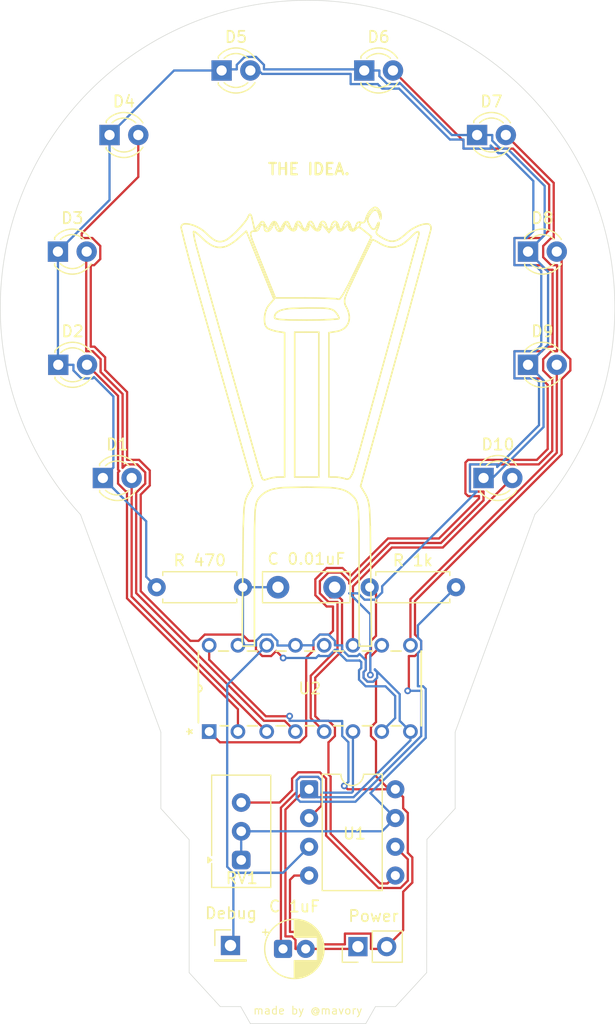
<source format=kicad_pcb>
(kicad_pcb (version 20241229) (generator "pcbnew") (generator_version "9.0")
  (layers (0 "F.Cu" signal) (2 "B.Cu" signal) (13 "F.Paste" user) (15 "B.Paste" user) (5 "F.SilkS" user "F.Silkscreen") (7 "B.SilkS" user "B.Silkscreen") (1 "F.Mask" user) (3 "B.Mask" user) (25 "Edge.Cuts" user))
  (net 0 "")
  (net 1 "GND")
  (net 2 "Net-(U1-TR)")
  (net 3 "Net-(U1-CV)")
  (net 4 "Net-(D1-A)")
  (net 5 "Net-(D1-K)")
  (net 6 "Net-(D2-A)")
  (net 7 "Net-(D3-A)")
  (net 8 "Net-(D4-A)")
  (net 9 "Net-(D5-A)")
  (net 10 "Net-(D6-A)")
  (net 11 "Net-(D7-A)")
  (net 12 "Net-(D8-A)")
  (net 13 "Net-(D9-A)")
  (net 14 "Net-(D10-A)")
  (net 15 "+5V")
  (net 16 "Signal")
  (net 17 "Net-(U1-DIS)")
  (net 18 "Net-(U1-THR)")
  (footprint "LED_THT:LED_D3.0mm" (layer "F.Cu") (at 117.972775 103.8)
    (property "Reference" "D1")
    (property "Value" "LED")
  )
  (footprint "LED_THT:LED_D3.0mm" (layer "F.Cu") (at 114 83.8)
    (property "Reference" "D3")
    (property "Value" "LED")
  )
  (footprint "LED_THT:LED_D3.0mm" (layer "F.Cu") (at 151.602775 103.8)
    (property "Reference" "D10")
    (property "Value" "LED")
  )
  (footprint "Connector_PinHeader_2.54mm:PinHeader_1x02_P2.54mm_Vertical" (layer "F.Cu") (at 140.502775 145.2 90)
    (property "Reference" "Power")
    (property "Value" "Power")
  )
  (footprint "LED_THT:LED_D3.0mm" (layer "F.Cu") (at 155.53 83.8)
    (property "Reference" "D8")
    (property "Value" "LED")
  )
  (footprint "LED_THT:LED_D3.0mm" (layer "F.Cu") (at 118.56 73.5)
    (property "Reference" "D4")
    (property "Value" "LED")
  )
  (footprint "kokos:N16" (layer "F.Cu") (at 145.142775 118.58 90)
    (property "Reference" "U2")
    (property "Value" "4017")
  )
  (footprint "Potentiometer_THT:Potentiometer_Vishay_T93YA_Vertical" (layer "F.Cu") (at 130.192775 137.55 90)
    (property "Reference" "RV1")
    (property "Value" "50k")
  )
  (footprint "Connector_PinHeader_2.54mm:PinHeader_1x01_P2.54mm_Vertical" (layer "F.Cu") (at 129.242775 145.1)
    (property "Reference" "Debug")
    (property "Value" "Debug")
  )
  (footprint "Package_DIP:DIP-8_W7.62mm" (layer "F.Cu") (at 136.187775 131.3)
    (property "Reference" "U1")
    (property "Value" "NE555P" (hide yes))
  )
  (footprint "LED_THT:LED_D3.0mm" (layer "F.Cu") (at 151.03 73.5)
    (property "Reference" "D7")
    (property "Value" "LED")
  )
  (footprint "Capacitor_THT:C_Disc_D7.5mm_W2.5mm_P5.00mm" (layer "F.Cu") (at 133.442775 113.45)
    (property "Reference" "C 0.01uF")
    (property "Value" "0.01 uF")
  )
  (footprint "Resistor_THT:R_Axial_DIN0207_L6.3mm_D2.5mm_P7.62mm_Horizontal" (layer "F.Cu") (at 141.542775 113.45)
    (property "Reference" "R 1k")
    (property "Value" "1k")
  )
  (footprint "LED_THT:LED_D3.0mm" (layer "F.Cu") (at 141.06 67.8)
    (property "Reference" "D6")
    (property "Value" "LED")
  )
  (footprint "LED_THT:LED_D3.0mm" (layer "F.Cu") (at 128.46 67.8)
    (property "Reference" "D5")
    (property "Value" "LED")
  )
  (footprint "LED_THT:LED_D3.0mm" (layer "F.Cu") (at 155.53 93.8)
    (property "Reference" "D9")
    (property "Value" "LED")
  )
  (footprint "Resistor_THT:R_Axial_DIN0207_L6.3mm_D2.5mm_P7.62mm_Horizontal" (layer "F.Cu") (at 122.722775 113.45)
    (property "Reference" "R 470")
    (property "Value" "470")
  )
  (footprint "LED_THT:LED_D3.0mm" (layer "F.Cu") (at 114.03 93.8)
    (property "Reference" "D2")
    (property "Value" "LED")
  )
  (footprint "Capacitor_THT:CP_Radial_D5.0mm_P2.00mm" (layer "F.Cu") (at 133.887663 145.4)
    (property "Reference" "C 1uF")
    (property "Value" "1 uF")
  )
  (gr_arc (start 141.620887 80.148294) (mid 141.771897 80.016494) (end 141.832448 79.972854) (stroke (width 0.14)) (layer "F.SilkS"))
  (gr_arc (start 131.411429 106.837158) (mid 131.448823 106.451829) (end 131.516833 106.070755) (stroke (width 0.14)) (layer "F.SilkS"))
  (gr_line (start 145.808136 82.581438) (end 144.998072 85.532398) (stroke (width 0.14)) (layer "F.SilkS"))
  (gr_arc (start 136.098365 81.81513) (mid 136.027659 81.902374) (end 135.924614 81.947) (stroke (width 0.14)) (layer "F.SilkS"))
  (gr_arc (start 130.775861 80.779859) (mid 130.838566 80.652729) (end 130.913891 80.532646) (stroke (width 0.14)) (layer "F.SilkS"))
  (gr_arc (start 145.215734 82.485852) (mid 145.379662 82.318707) (end 145.551516 82.159721) (stroke (width 0.14)) (layer "F.SilkS"))
  (gr_arc (start 136.993616 81.742201) (mid 136.962088 81.783987) (end 136.926066 81.821968) (stroke (width 0.14)) (layer "F.SilkS"))
  (gr_line (start 135.261423 81.440728) (end 135.461341 81.689254) (stroke (width 0.14)) (layer "F.SilkS"))
  (gr_arc (start 131.7279 81.833802) (mid 131.680074 81.892033) (end 131.620861 81.938635) (stroke (width 0.14)) (layer "F.SilkS"))
  (gr_arc (start 132.565606 81.804076) (mid 132.528463 81.797772) (end 132.499486 81.77082) (stroke (width 0.14)) (layer "F.SilkS"))
  (gr_line (start 141.713626 80.063134) (end 141.597326 80.16993) (stroke (width 0.14)) (layer "F.SilkS"))
  (gr_line (start 133.006674 103.765771) (end 132.747293 103.82034) (stroke (width 0.14)) (layer "F.SilkS"))
  (gr_arc (start 138.4752 81.446613) (mid 138.518994 81.406771) (end 138.570869 81.37827) (stroke (width 0.14)) (layer "F.SilkS"))
  (gr_arc (start 141.938584 79.907984) (mid 141.971187 79.895218) (end 142.005931 79.890859) (stroke (width 0.14)) (layer "F.SilkS"))
  (gr_line (start 131.239778 83.462778) (end 131.617159 84.392695) (stroke (width 0.14)) (layer "F.SilkS"))
  (gr_line (start 137.410105 81.454486) (end 137.587745 81.668859) (stroke (width 0.14)) (layer "F.SilkS"))
  (gr_arc (start 144.744214 82.226869) (mid 145.053174 81.971925) (end 145.386156 81.749266) (stroke (width 0.14)) (layer "F.SilkS"))
  (gr_line (start 131.946336 81.206877) (end 131.717679 81.489351) (stroke (width 0.14)) (layer "F.SilkS"))
  (gr_arc (start 137.101908 81.491059) (mid 137.123976 81.421715) (end 137.153149 81.355047) (stroke (width 0.14)) (layer "F.SilkS"))
  (gr_arc (start 140.933922 81.244679) (mid 140.854982 81.239985) (end 140.777893 81.22236) (stroke (width 0.14)) (layer "F.SilkS"))
  (gr_arc (start 136.863835 81.846659) (mid 136.829786 81.840364) (end 136.800271 81.822267) (stroke (width 0.14)) (layer "F.SilkS"))
  (gr_arc (start 141.706038 81.732596) (mid 141.596589 81.575429) (end 141.499705 81.41022) (stroke (width 0.14)) (layer "F.SilkS"))
  (gr_arc (start 138.219949 81.355047) (mid 138.254674 81.29516) (end 138.296392 81.239916) (stroke (width 0.14)) (layer "F.SilkS"))
  (gr_arc (start 138.168708 81.491059) (mid 138.148204 81.559899) (end 138.123107 81.6272) (stroke (width 0.14)) (layer "F.SilkS"))
  (gr_arc (start 145.386156 81.749266) (mid 145.724068 81.572998) (end 146.0802 81.437259) (stroke (width 0.14)) (layer "F.SilkS"))
  (gr_line (start 138.064517 89.800463) (end 137.169859 89.836501) (stroke (width 0.14)) (layer "F.SilkS"))
  (gr_line (start 137.050391 90.914459) (end 137.050391 97.315259) (stroke (width 0.14)) (layer "F.SilkS"))
  (gr_arc (start 137.232145 81.525016) (mid 137.237879 81.463251) (end 137.253306 81.40317) (stroke (width 0.14)) (layer "F.SilkS"))
  (gr_arc (start 140.32865 81.802927) (mid 140.3895 81.733967) (end 140.461911 81.677267) (stroke (width 0.14)) (layer "F.SilkS"))
  (gr_arc (start 128.314412 83.428798) (mid 127.925236 83.379388) (end 127.5619 83.231445) (stroke (width 0.14)) (layer "F.SilkS"))
  (gr_line (start 134.916791 90.914459) (end 135.983591 90.914459) (stroke (width 0.14)) (layer "F.SilkS"))
  (gr_arc (start 129.723673 82.068913) (mid 129.355509 82.40316) (end 128.96246 82.707764) (stroke (width 0.14)) (layer "F.SilkS"))
  (gr_arc (start 139.720858 89.380617) (mid 139.73907 89.72788) (end 139.665825 90.06782) (stroke (width 0.14)) (layer "F.SilkS"))
  (gr_arc (start 131.620861 81.938635) (mid 131.552768 81.971653) (end 131.4792 81.989384) (stroke (width 0.14)) (layer "F.SilkS"))
  (gr_arc (start 138.80902 89.581259) (mid 138.823488 89.625552) (end 138.828391 89.671891) (stroke (width 0.14)) (layer "F.SilkS"))
  (gr_arc (start 131.803356 81.674957) (mid 131.8508 81.565423) (end 131.919328 81.467685) (stroke (width 0.14)) (layer "F.SilkS"))
  (gr_arc (start 138.960203 104.783152) (mid 139.321689 104.899868) (end 139.658243 105.076013) (stroke (width 0.14)) (layer "F.SilkS"))
  (gr_line (start 129.343678 97.848659) (end 131.225924 104.516159) (stroke (width 0.14)) (layer "F.SilkS"))
  (gr_arc (start 134.018881 81.243259) (mid 134.096612 81.179534) (end 134.193455 81.152651) (stroke (width 0.14)) (layer "F.SilkS"))
  (gr_line (start 134.027791 97.338523) (end 134.027791 103.716059) (stroke (width 0.14)) (layer "F.SilkS"))
  (gr_line (start 133.119165 81.224359) (end 133.239484 81.627318) (stroke (width 0.14)) (layer "F.SilkS"))
  (gr_arc (start 133.79769 81.915888) (mid 133.705055 81.987118) (end 133.590638 82.010859) (stroke (width 0.14)) (layer "F.SilkS"))
  (gr_line (start 131.617159 84.392695) (end 132.032697 85.415629) (stroke (width 0.14)) (layer "F.SilkS"))
  (gr_arc (start 136.749827 81.892496) (mid 136.61398 81.780854) (end 136.528141 81.689254) (stroke (width 0.14)) (layer "F.SilkS"))
  (gr_line (start 130.418838 106.922898) (end 130.371819 108.105091) (stroke (width 0.14)) (layer "F.SilkS"))
  (gr_line (start 141.693711 118.651259) (end 141.639001 112.294909) (stroke (width 0.14)) (layer "F.SilkS"))
  (gr_arc (start 137.101908 81.491059) (mid 137.081224 81.559952) (end 137.055653 81.627184) (stroke (width 0.14)) (layer "F.SilkS"))
  (gr_line (start 137.939391 82.113359) (end 138.291037 81.668859) (stroke (width 0.14)) (layer "F.SilkS"))
  (gr_arc (start 136.800271 81.822267) (mid 136.762138 81.784129) (end 136.728218 81.742201) (stroke (width 0.14)) (layer "F.SilkS"))
  (gr_arc (start 140.412888 81.32691) (mid 140.45415 81.274182) (end 140.506948 81.233011) (stroke (width 0.14)) (layer "F.SilkS"))
  (gr_line (start 133.948253 81.639362) (end 134.070533 81.254093) (stroke (width 0.14)) (layer "F.SilkS"))
  (gr_arc (start 139.665825 90.06782) (mid 139.512965 90.352491) (end 139.283617 90.580096) (stroke (width 0.14)) (layer "F.SilkS"))
  (gr_arc (start 140.627707 81.199364) (mid 140.703695 81.205017) (end 140.777893 81.22236) (stroke (width 0.14)) (layer "F.SilkS"))
  (gr_line (start 144.998072 85.532398) (end 144.081088 88.873894) (stroke (width 0.14)) (layer "F.SilkS"))
  (gr_arc (start 138.828391 89.671891) (mid 138.807677 89.724952) (end 138.753288 89.750285) (stroke (width 0.14)) (layer "F.SilkS"))
  (gr_arc (start 137.815795 81.742201) (mid 137.783117 81.686069) (end 137.755675 81.6272) (stroke (width 0.14)) (layer "F.SilkS"))
  (gr_arc (start 142.317926 81.232793) (mid 142.335534 81.225859) (end 142.352851 81.233449) (stroke (width 0.14)) (layer "F.SilkS"))
  (gr_arc (start 140.461911 81.677267) (mid 140.526578 81.652435) (end 140.595779 81.655557) (stroke (width 0.14)) (layer "F.SilkS"))
  (gr_line (start 129.378492 94.543523) (end 127.283816 87.100297) (stroke (width 0.14)) (layer "F.SilkS"))
  (gr_line (start 141.115775 82.004858) (end 141.701187 82.482648) (stroke (width 0.14)) (layer "F.SilkS"))
  (gr_line (start 140.563523 107.094365) (end 140.59905 108.27051) (stroke (width 0.14)) (layer "F.SilkS"))
  (gr_line (start 133.08569 88.006699) (end 132.667744 88.492589) (stroke (width 0.14)) (layer "F.SilkS"))
  (gr_arc (start 142.255208 81.325977) (mid 142.287827 81.267273) (end 142.317926 81.232793) (stroke (width 0.14)) (layer "F.SilkS"))
  (gr_arc (start 140.595779 81.655557) (mid 140.689876 81.689597) (end 140.795234 81.756121) (stroke (width 0.14)) (layer "F.SilkS"))
  (gr_arc (start 145.551516 82.159721) (mid 145.658587 82.086848) (end 145.78033 82.042655) (stroke (width 0.14)) (layer "F.SilkS"))
  (gr_line (start 131.717679 81.489351) (end 131.387688 81.926831) (stroke (width 0.14)) (layer "F.SilkS"))
  (gr_arc (start 140.342049 81.483629) (mid 140.289998 81.620586) (end 140.22298 81.750875) (stroke (width 0.14)) (layer "F.SilkS"))
  (gr_arc (start 141.38765 81.157807) (mid 141.364988 81.064703) (end 141.362342 80.968918) (stroke (width 0.14)) (layer "F.SilkS"))
  (gr_line (start 136.328223 81.440728) (end 136.528141 81.689254) (stroke (width 0.14)) (layer "F.SilkS"))
  (gr_arc (start 138.639388 89.288308) (mid 138.690819 89.364283) (end 138.738441 89.442701) (stroke (width 0.14)) (layer "F.SilkS"))
  (gr_arc (start 143.671008 82.874648) (mid 143.425716 82.882394) (end 143.185706 82.83117) (stroke (width 0.14)) (layer "F.SilkS"))
  (gr_line (start 132.865239 90.723136) (end 133.126815 90.802446) (stroke (width 0.14)) (layer "F.SilkS"))
  (gr_line (start 137.939391 90.959908) (end 138.653643 90.845694) (stroke (width 0.14)) (layer "F.SilkS"))
  (gr_arc (start 134.666671 81.822267) (mid 134.628538 81.784129) (end 134.594618 81.742201) (stroke (width 0.14)) (layer "F.SilkS"))
  (gr_arc (start 134.347577 81.229495) (mid 134.418948 81.355979) (end 134.472291 81.491059) (stroke (width 0.14)) (layer "F.SilkS"))
  (gr_arc (start 133.948253 81.639362) (mid 133.886256 81.784808) (end 133.79769 81.915888) (stroke (width 0.14)) (layer "F.SilkS"))
  (gr_arc (start 135.167104 81.161227) (mid 135.203325 81.142063) (end 135.243764 81.135459) (stroke (width 0.14)) (layer "F.SilkS"))
  (gr_arc (start 126.020338 82.024459) (mid 126.065967 82.031709) (end 126.111234 82.055829) (stroke (width 0.14)) (layer "F.SilkS"))
  (gr_line (start 131.912061 103.485241) (end 131.697865 102.772644) (stroke (width 0.14)) (layer "F.SilkS"))
  (gr_arc (start 138.522177 89.138491) (mid 138.582438 89.212104) (end 138.639388 89.288308) (stroke (width 0.14)) (layer "F.SilkS"))
  (gr_arc (start 135.243764 81.135459) (mid 135.284835 81.141992) (end 135.321836 81.160971) (stroke (width 0.14)) (layer "F.SilkS"))
  (gr_arc (start 135.017377 81.355) (mid 135.049273 81.295502) (end 135.087582 81.239916) (stroke (width 0.14)) (layer "F.SilkS"))
  (gr_arc (start 137.055653 81.627184) (mid 137.027379 81.686173) (end 136.993616 81.742201) (stroke (width 0.14)) (layer "F.SilkS"))
  (gr_arc (start 134.968308 81.491059) (mid 134.989768 81.421921) (end 135.017377 81.355) (stroke (width 0.14)) (layer "F.SilkS"))
  (gr_arc (start 136.991414 81.947) (mid 136.865237 81.943615) (end 136.749827 81.892496) (stroke (width 0.14)) (layer "F.SilkS"))
  (gr_arc (start 141.832448 79.972854) (mid 141.884693 79.939073) (end 141.938584 79.907984) (stroke (width 0.14)) (layer "F.SilkS"))
  (gr_line (start 137.050391 103.716059) (end 135.983591 103.716059) (stroke (width 0.14)) (layer "F.SilkS"))
  (gr_arc (start 145.78033 82.042655) (mid 145.848162 82.054857) (end 145.886402 82.112171) (stroke (width 0.14)) (layer "F.SilkS"))
  (gr_arc (start 136.388636 81.160971) (mid 136.433038 81.197861) (end 136.472583 81.239916) (stroke (width 0.14)) (layer "F.SilkS"))
  (gr_line (start 131.368132 108.27051) (end 131.411429 106.837158) (stroke (width 0.14)) (layer "F.SilkS"))
  (gr_arc (start 139.556281 81.433615) (mid 139.596148 81.396932) (end 139.643978 81.371517) (stroke (width 0.14)) (layer "F.SilkS"))
  (gr_line (start 139.653055 86.739158) (end 139.227787 87.514506) (stroke (width 0.14)) (layer "F.SilkS"))
  (gr_line (start 130.608203 81.055958) (end 130.387697 81.341874) (stroke (width 0.14)) (layer "F.SilkS"))
  (gr_arc (start 141.569893 80.510181) (mid 141.688537 80.35086) (end 141.825418 80.206905) (stroke (width 0.14)) (layer "F.SilkS"))
  (gr_arc (start 135.03247 81.812908) (mid 134.962575 81.900596) (end 134.860526 81.947051) (stroke (width 0.14)) (layer "F.SilkS"))
  (gr_line (start 133.389592 90.857421) (end 134.027791 90.960987) (stroke (width 0.14)) (layer "F.SilkS"))
  (gr_line (start 142.600866 82.556296) (end 142.291562 82.350824) (stroke (width 0.14)) (layer "F.SilkS"))
  (gr_line (start 126.535659 82.401916) (end 126.900768 82.750899) (stroke (width 0.14)) (layer "F.SilkS"))
  (gr_arc (start 132.539027 103.885291) (mid 132.642078 103.849666) (end 132.747293 103.82034) (stroke (width 0.14)) (layer "F.SilkS"))
  (gr_arc (start 142.373121 81.280498) (mid 142.372409 81.337562) (end 142.364803 81.394121) (stroke (width 0.14)) (layer "F.SilkS"))
  (gr_arc (start 136.659755 81.627182) (mid 136.630461 81.560055) (end 136.605891 81.491059) (stroke (width 0.14)) (layer "F.SilkS"))
  (gr_line (start 142.203186 82.931563) (end 142.535264 83.12667) (stroke (width 0.14)) (layer "F.SilkS"))
  (gr_arc (start 141.161848 105.227397) (mid 141.311373 105.528344) (end 141.414328 105.848275) (stroke (width 0.14)) (layer "F.SilkS"))
  (gr_arc (start 137.253306 81.40317) (mid 137.27525 81.378968) (end 137.307913 81.37827) (stroke (width 0.14)) (layer "F.SilkS"))
  (gr_arc (start 139.658243 105.076013) (mid 139.96111 105.30693) (end 140.220938 105.585391) (stroke (width 0.14)) (layer "F.SilkS"))
  (gr_line (start 133.27376 103.728311) (end 133.125682 103.749079) (stroke (width 0.14)) (layer "F.SilkS"))
  (gr_line (start 145.877021 82.333954) (end 145.808136 82.581438) (stroke (width 0.14)) (layer "F.SilkS"))
  (gr_arc (start 127.5619 83.231445) (mid 127.151371 82.960115) (end 126.900768 82.750899) (stroke (width 0.14)) (layer "F.SilkS"))
  (gr_arc (start 136.926066 81.821968) (mid 136.897311 81.840269) (end 136.863835 81.846659) (stroke (width 0.14)) (layer "F.SilkS"))
  (gr_line (start 140.606391 118.651259) (end 141.150051 118.651259) (stroke (width 0.14)) (layer "F.SilkS"))
  (gr_arc (start 132.252666 89.601431) (mid 132.299011 89.286073) (end 132.385673 88.979336) (stroke (width 0.14)) (layer "F.SilkS"))
  (gr_arc (start 132.631891 81.761105) (mid 132.603791 81.790367) (end 132.565606 81.804076) (stroke (width 0.14)) (layer "F.SilkS"))
  (gr_arc (start 133.118385 81.155319) (mid 133.206975 81.178496) (end 133.27518 81.239603) (stroke (width 0.14)) (layer "F.SilkS"))
  (gr_arc (start 137.916894 88.839076) (mid 138.095582 88.878716) (end 138.266571 88.944013) (stroke (width 0.14)) (layer "F.SilkS"))
  (gr_arc (start 142.256243 80.262661) (mid 142.342669 80.434084) (end 142.40615 80.615015) (stroke (width 0.14)) (layer "F.SilkS"))
  (gr_line (start 131.225924 104.516159) (end 130.804431 105.22732) (stroke (width 0.14)) (layer "F.SilkS"))
  (gr_line (start 143.00925 92.781359) (end 140.600476 101.551151) (stroke (width 0.14)) (layer "F.SilkS"))
  (gr_line (start 134.446543 89.83849) (end 133.675995 89.799199) (stroke (width 0.14)) (layer "F.SilkS"))
  (gr_arc (start 135.087582 81.239916) (mid 135.124751 81.197952) (end 135.167104 81.161227) (stroke (width 0.14)) (layer "F.SilkS"))
  (gr_line (start 134.027791 90.960987) (end 134.027791 97.338523) (stroke (width 0.14)) (layer "F.SilkS"))
  (gr_arc (start 135.797035 81.846659) (mid 135.762986 81.840364) (end 135.733471 81.822267) (stroke (width 0.14)) (layer "F.SilkS"))
  (gr_arc (start 142.378934 80.153112) (mid 142.453007 80.280254) (end 142.508583 80.416501) (stroke (width 0.14)) (layer "F.SilkS"))
  (gr_arc (start 142.148375 81.563937) (mid 142.130032 81.599671) (end 142.043449 81.744499) (stroke (width 0.14)) (layer "F.SilkS"))
  (gr_arc (start 124.906568 81.551621) (mid 125.023317 81.402186) (end 125.203682 81.343628) (stroke (width 0.14)) (layer "F.SilkS"))
  (gr_arc (start 142.043449 81.744499) (mid 141.973112 81.806436) (end 141.881377 81.825596) (stroke (width 0.14)) (layer "F.SilkS"))
  (gr_arc (start 139.37675 87.857426) (mid 139.49546 87.522242) (end 139.659975 87.143217) (stroke (width 0.14)) (layer "F.SilkS"))
  (gr_line (start 131.697865 102.772644) (end 129.378492 94.543523) (stroke (width 0.14)) (layer "F.SilkS"))
  (gr_arc (start 137.880566 81.822339) (mid 137.846039 81.784002) (end 137.815795 81.742201) (stroke (width 0.14)) (layer "F.SilkS"))
  (gr_line (start 135.983591 90.914459) (end 137.050391 90.914459) (stroke (width 0.14)) (layer "F.SilkS"))
  (gr_line (start 141.359032 83.588975) (end 141.73683 82.816364) (stroke (width 0.14)) (layer "F.SilkS"))
  (gr_line (start 134.027791 103.716059) (end 133.505891 103.716059) (stroke (width 0.14)) (layer "F.SilkS"))
  (gr_line (start 127.625762 91.760148) (end 128.526276 94.952391) (stroke (width 0.14)) (layer "F.SilkS"))
  (gr_line (start 140.440394 85.491559) (end 140.934002 84.464494) (stroke (width 0.14)) (layer "F.SilkS"))
  (gr_line (start 135.983591 104.605059) (end 137.897492 104.64136) (stroke (width 0.14)) (layer "F.SilkS"))
  (gr_line (start 144.628605 90.451381) (end 146.011953 85.355368) (stroke (width 0.14)) (layer "F.SilkS"))
  (gr_arc (start 136.234804 81.371517) (mid 136.282632 81.396935) (end 136.328223 81.440728) (stroke (width 0.14)) (layer "F.SilkS"))
  (gr_arc (start 142.270259 81.708955) (mid 142.237543 81.78414) (end 142.200816 81.857449) (stroke (width 0.14)) (layer "F.SilkS"))
  (gr_line (start 130.817131 118.651259) (end 131.360791 118.651259) (stroke (width 0.14)) (layer "F.SilkS"))
  (gr_arc (start 138.472791 81.135459) (mid 138.51853 81.142158) (end 138.560431 81.161685) (stroke (width 0.14)) (layer "F.SilkS"))
  (gr_arc (start 139.440499 88.630492) (mid 139.362863 88.454335) (end 139.327632 88.265081) (stroke (width 0.14)) (layer "F.SilkS"))
  (gr_arc (start 125.203682 81.343628) (mid 125.514181 81.362376) (end 125.818077 81.428774) (stroke (width 0.14)) (layer "F.SilkS"))
  (gr_arc (start 139.440499 88.630492) (mid 139.613182 88.993406) (end 139.720858 89.380617) (stroke (width 0.14)) (layer "F.SilkS"))
  (gr_arc (start 132.539027 103.885291) (mid 132.410983 103.92848) (end 132.280027 103.961811) (stroke (width 0.14)) (layer "F.SilkS"))
  (gr_line (start 137.587745 81.668859) (end 137.939391 82.113359) (stroke (width 0.14)) (layer "F.SilkS"))
  (gr_arc (start 133.006979 104.783152) (mid 133.534969 104.687077) (end 134.284565 104.637284) (stroke (width 0.14)) (layer "F.SilkS"))
  (gr_arc (start 135.117083 81.397225) (mid 135.136895 81.373222) (end 135.168004 81.371517) (stroke (width 0.14)) (layer "F.SilkS"))
  (gr_arc (start 132.071949 81.152692) (mid 132.135807 81.175165) (end 132.184057 81.224472) (stroke (width 0.14)) (layer "F.SilkS"))
  (gr_arc (start 133.590638 82.010859) (mid 133.47615 81.9825) (end 133.384883 81.907776) (stroke (width 0.14)) (layer "F.SilkS"))
  (gr_arc (start 141.499705 81.41022) (mid 141.439033 81.286075) (end 141.38765 81.157807) (stroke (width 0.14)) (layer "F.SilkS"))
  (gr_arc (start 133.138791 89.591041) (mid 133.183808 89.381558) (end 133.310881 89.209033) (stroke (width 0.14)) (layer "F.SilkS"))
  (gr_arc (start 132.136205 103.935883) (mid 132.074083 103.881323) (end 132.023043 103.788392) (stroke (width 0.14)) (layer "F.SilkS"))
  (gr_arc (start 139.643978 81.371517) (mid 139.675122 81.373151) (end 139.694899 81.397225) (stroke (width 0.14)) (layer "F.SilkS"))
  (gr_arc (start 138.822475 81.6272) (mid 138.797378 81.559899) (end 138.776874 81.491059) (stroke (width 0.14)) (layer "F.SilkS"))
  (gr_line (start 130.067145 81.712956) (end 129.723673 82.068913) (stroke (width 0.14)) (layer "F.SilkS"))
  (gr_line (start 132.379898 81.56394) (end 132.184057 81.224472) (stroke (width 0.14)) (layer "F.SilkS"))
  (gr_line (start 130.328181 112.294909) (end 130.273471 118.651259) (stroke (width 0.14)) (layer "F.SilkS"))
  (gr_arc (start 131.4792 81.989384) (mid 131.390379 81.994956) (end 131.301605 81.988689) (stroke (width 0.14)) (layer "F.SilkS"))
  (gr_arc (start 124.895021 81.737012) (mid 124.886612 81.643006) (end 124.906568 81.551621) (stroke (width 0.14)) (layer "F.SilkS"))
  (gr_arc (start 131.030599 82.328272) (mid 131.027371 82.197865) (end 131.081462 82.079151) (stroke (width 0.14)) (layer "F.SilkS"))
  (gr_line (start 138.753288 89.750285) (end 138.064517 89.800463) (stroke (width 0.14)) (layer "F.SilkS"))
  (gr_arc (start 137.897492 104.64136) (mid 138.432213 104.687071) (end 138.960203 104.783152) (stroke (width 0.14)) (layer "F.SilkS"))
  (gr_line (start 141.994036 82.824526) (end 142.203186 82.931563) (stroke (width 0.14)) (layer "F.SilkS"))
  (gr_arc (start 141.367865 80.495645) (mid 141.422686 80.400562) (end 141.482333 80.30843) (stroke (width 0.14)) (layer "F.SilkS"))
  (gr_arc (start 146.0802 81.437259) (mid 146.362619 81.371265) (end 146.651786 81.348948) (stroke (width 0.14)) (layer "F.SilkS"))
  (gr_line (start 137.939391 97.337983) (end 137.939391 90.959908) (stroke (width 0.14)) (layer "F.SilkS"))
  (gr_arc (start 126.536242 81.745997) (mid 126.855854 81.966299) (end 127.144642 82.225694) (stroke (width 0.14)) (layer "F.SilkS"))
  (gr_arc (start 131.919328 81.467685) (mid 131.989353 81.420584) (end 132.073584 81.415548) (stroke (width 0.14)) (layer "F.SilkS"))
  (gr_arc (start 142.352851 81.233449) (mid 142.367257 81.255135) (end 142.373121 81.280498) (stroke (width 0.14)) (layer "F.SilkS"))
  (gr_arc (start 136.165345 81.525016) (mid 136.170419 81.460512) (end 136.183883 81.397225) (stroke (width 0.14)) (layer "F.SilkS"))
  (gr_line (start 142.255208 81.325977) (end 142.148375 81.563937) (stroke (width 0.14)) (layer "F.SilkS"))
  (gr_arc (start 138.927627 87.946403) (mid 138.836571 88.006325) (end 138.727712 88.000842) (stroke (width 0.14)) (layer "F.SilkS"))
  (gr_line (start 131.387688 81.926831) (end 131.270489 81.397795) (stroke (width 0.14)) (layer "F.SilkS"))
  (gr_arc (start 138.560431 81.161685) (mid 138.607565 81.197674) (end 138.64919 81.239916) (stroke (width 0.14)) (layer "F.SilkS"))
  (gr_arc (start 132.505468 82.012806) (mid 132.409809 82.008876) (end 132.327876 81.959348) (stroke (width 0.14)) (layer "F.SilkS"))
  (gr_arc (start 139.382194 81.650029) (mid 139.264808 81.780861) (end 139.128955 81.892496) (stroke (width 0.14)) (layer "F.SilkS"))
  (gr_line (start 131.270489 81.397795) (end 131.113277 80.726546) (stroke (width 0.14)) (layer "F.SilkS"))
  (gr_arc (start 136.035108 81.491059) (mid 136.014424 81.559952) (end 135.988853 81.627184) (stroke (width 0.14)) (layer "F.SilkS"))
  (gr_line (start 130.923533 82.682763) (end 131.239778 83.462778) (stroke (width 0.14)) (layer "F.SilkS"))
  (gr_line (start 140.606391 112.363337) (end 140.606391 118.651259) (stroke (width 0.14)) (layer "F.SilkS"))
  (gr_line (start 140.739361 104.516159) (end 141.995332 99.982259) (stroke (width 0.14)) (layer "F.SilkS"))
  (gr_arc (start 137.153149 81.355047) (mid 137.187874 81.29516) (end 137.229592 81.239916) (stroke (width 0.14)) (layer "F.SilkS"))
  (gr_arc (start 132.767963 81.519511) (mid 132.85533 81.372081) (end 132.955176 81.232829) (stroke (width 0.14)) (layer "F.SilkS"))
  (gr_line (start 134.284565 104.637284) (end 135.983591 104.605059) (stroke (width 0.14)) (layer "F.SilkS"))
  (gr_arc (start 137.58239 81.239916) (mid 137.624109 81.29516) (end 137.658833 81.355047) (stroke (width 0.14)) (layer "F.SilkS"))
  (gr_arc (start 132.639999 90.632862) (mid 132.567391 90.593948) (end 132.500626 90.545692) (stroke (width 0.14)) (layer "F.SilkS"))
  (gr_line (start 139.382194 81.650029) (end 139.556281 81.433615) (stroke (width 0.14)) (layer "F.SilkS"))
  (gr_arc (start 140.450349 106.070755) (mid 140.518365 106.451828) (end 140.563523 107.094365) (stroke (width 0.14)) (layer "F.SilkS"))
  (gr_arc (start 125.818077 81.428774) (mid 126.186956 81.565206) (end 126.536242 81.745997) (stroke (width 0.14)) (layer "F.SilkS"))
  (gr_arc (start 142.005931 79.890859) (mid 142.106743 79.907891) (end 142.196393 79.957055) (stroke (width 0.14)) (layer "F.SilkS"))
  (gr_line (start 132.120612 85.180409) (end 131.240207 82.973591) (stroke (width 0.14)) (layer "F.SilkS"))
  (gr_arc (start 137.939391 81.846659) (mid 137.907564 81.840339) (end 137.880566 81.822339) (stroke (width 0.14)) (layer "F.SilkS"))
  (gr_line (start 132.767963 81.519511) (end 132.631891 81.761105) (stroke (width 0.14)) (layer "F.SilkS"))
  (gr_arc (start 139.235508 81.491059) (mid 139.257576 81.421715) (end 139.286749 81.355047) (stroke (width 0.14)) (layer "F.SilkS"))
  (gr_arc (start 135.988853 81.627184) (mid 135.960579 81.686173) (end 135.926816 81.742201) (stroke (width 0.14)) (layer "F.SilkS"))
  (gr_arc (start 134.792466 81.821968) (mid 134.763711 81.840269) (end 134.730235 81.846659) (stroke (width 0.14)) (layer "F.SilkS"))
  (gr_line (start 125.231029 83.098302) (end 125.638118 84.66742) (stroke (width 0.14)) (layer "F.SilkS"))
  (gr_arc (start 129.940292 82.62389) (mid 129.53255 82.951169) (end 129.089466 83.228739) (stroke (width 0.14)) (layer "F.SilkS"))
  (gr_line (start 138.461091 103.716059) (end 137.939391 103.716059) (stroke (width 0.14)) (layer "F.SilkS"))
  (gr_line (start 130.273471 118.651259) (end 130.817131 118.651259) (stroke (width 0.14)) (layer "F.SilkS"))
  (gr_arc (start 134.526155 81.627182) (mid 134.496861 81.560055) (end 134.472291 81.491059) (stroke (width 0.14)) (layer "F.SilkS"))
  (gr_arc (start 140.22298 81.750875) (mid 140.163575 81.810059) (end 140.082785 81.832524) (stroke (width 0.14)) (layer "F.SilkS"))
  (gr_arc (start 129.089466 83.228739) (mid 128.714443 83.377217) (end 128.314412 83.428798) (stroke (width 0.14)) (layer "F.SilkS"))
  (gr_arc (start 133.384883 81.907776) (mid 133.2985 81.77293) (end 133.239484 81.627318) (stroke (width 0.14)) (layer "F.SilkS"))
  (gr_line (start 141.639001 112.294909) (end 141.595344 108.10132) (stroke (width 0.14)) (layer "F.SilkS"))
  (gr_arc (start 135.098545 81.525016) (mid 135.103619 81.460512) (end 135.117083 81.397225) (stroke (width 0.14)) (layer "F.SilkS"))
  (gr_arc (start 136.549222 81.354998) (mid 136.580528 81.421791) (end 136.605891 81.491059) (stroke (width 0.14)) (layer "F.SilkS"))
  (gr_arc (start 144.521126 83.085973) (mid 144.195732 83.266372) (end 143.841103 83.378908) (stroke (width 0.14)) (layer "F.SilkS"))
  (gr_arc (start 141.414328 105.848275) (mid 141.493045 106.248493) (end 141.537695 106.654103) (stroke (width 0.14)) (layer "F.SilkS"))
  (gr_arc (start 133.091726 90.791807) (mid 132.751627 90.680474) (end 132.639999 90.632862) (stroke (width 0.14)) (layer "F.SilkS"))
  (gr_arc (start 140.342049 81.483629) (mid 140.372874 81.403193) (end 140.412888 81.32691) (stroke (width 0.14)) (layer "F.SilkS"))
  (gr_arc (start 135.661418 81.742201) (mid 135.624576 81.686245) (end 135.592955 81.627182) (stroke (width 0.14)) (layer "F.SilkS"))
  (gr_arc (start 137.658833 81.355047) (mid 137.688014 81.421712) (end 137.710074 81.491059) (stroke (width 0.14)) (layer "F.SilkS"))
  (gr_line (start 124.895021 81.737012) (end 125.231029 83.098302) (stroke (width 0.14)) (layer "F.SilkS"))
  (gr_arc (start 144.744214 82.226869) (mid 144.458457 82.468396) (end 144.154986 82.687253) (stroke (width 0.14)) (layer "F.SilkS"))
  (gr_arc (start 138.713617 81.81513) (mid 138.664559 81.673667) (end 138.646637 81.525016) (stroke (width 0.14)) (layer "F.SilkS"))
  (gr_line (start 133.828125 81.531916) (end 133.616008 81.92826) (stroke (width 0.14)) (layer "F.SilkS"))
  (gr_arc (start 142.291562 82.350824) (mid 142.217066 82.283943) (end 142.158382 82.202821) (stroke (width 0.14)) (layer "F.SilkS"))
  (gr_line (start 133.125682 103.749079) (end 133.006674 103.765771) (stroke (width 0.14)) (layer "F.SilkS"))
  (gr_line (start 140.777893 81.22236) (end 140.595779 81.655557) (stroke (width 0.14)) (layer "F.SilkS"))
  (gr_arc (start 139.774158 81.789331) (mid 139.729693 81.660414) (end 139.713437 81.525016) (stroke (width 0.14)) (layer "F.SilkS"))
  (gr_arc (start 137.328634 88.791397) (mid 137.623532 88.805804) (end 137.916894 88.839076) (stroke (width 0.14)) (layer "F.SilkS"))
  (gr_arc (start 141.825418 80.206905) (mid 141.933091 80.14358) (end 142.057456 80.131865) (stroke (width 0.14)) (layer "F.SilkS"))
  (gr_arc (start 139.451951 81.161685) (mid 139.49385 81.14215) (end 139.539591 81.135459) (stroke (width 0.14)) (layer "F.SilkS"))
  (gr_arc (start 125.975275 82.074801) (mid 125.986533 82.039557) (end 126.020338 82.024459) (stroke (width 0.14)) (layer "F.SilkS"))
  (gr_arc (start 143.154147 83.368822) (mid 142.785509 83.248181) (end 142.535264 83.12667) (stroke (width 0.14)) (layer "F.SilkS"))
  (gr_arc (start 139.627231 81.161685) (mid 139.674365 81.197674) (end 139.71599 81.239916) (stroke (width 0.14)) (layer "F.SilkS"))
  (gr_arc (start 138.062987 81.742201) (mid 138.03275 81.784007) (end 137.998216 81.822339) (stroke (width 0.14)) (layer "F.SilkS"))
  (gr_arc (start 136.183883 81.397225) (mid 136.203695 81.373222) (end 136.234804 81.371517) (stroke (width 0.14)) (layer "F.SilkS"))
  (gr_arc (start 133.310881 89.209033) (mid 133.529043 89.056383) (end 133.776 88.95683) (stroke (width 0.14)) (layer "F.SilkS"))
  (gr_arc (start 141.774735 82.759828) (mid 141.796409 82.746963) (end 141.822466 82.749384) (stroke (width 0.14)) (layer "F.SilkS"))
  (gr_arc (start 141.362342 80.968918) (mid 141.379753 80.870408) (end 141.415877 80.777123) (stroke (width 0.14)) (layer "F.SilkS"))
  (gr_line (start 135.983591 103.716059) (end 134.916791 103.716059) (stroke (width 0.14)) (layer "F.SilkS"))
  (gr_arc (start 138.738441 89.442701) (mid 138.775464 89.511097) (end 138.80902 89.581259) (stroke (width 0.14)) (layer "F.SilkS"))
  (gr_arc (start 138.882595 81.742201) (mid 138.849917 81.686069) (end 138.822475 81.6272) (stroke (width 0.14)) (layer "F.SilkS"))
  (gr_arc (start 141.20832 80.886623) (mid 141.178045 80.989187) (end 141.139437 81.088913) (stroke (width 0.14)) (layer "F.SilkS"))
  (gr_arc (start 131.746244 105.585391) (mid 132.006075 105.306933) (end 132.308939 105.076013) (stroke (width 0.14)) (layer "F.SilkS"))
  (gr_arc (start 138.514008 87.95707) (mid 138.626778 87.971014) (end 138.727712 88.000842) (stroke (width 0.14)) (layer "F.SilkS"))
  (gr_line (start 141.595344 108.10132) (end 141.537695 106.654103) (stroke (width 0.14)) (layer "F.SilkS"))
  (gr_arc (start 132.327876 81.959348) (mid 132.270073 81.871467) (end 132.249791 81.768252) (stroke (width 0.14)) (layer "F.SilkS"))
  (gr_arc (start 132.955176 81.232829) (mid 133.027668 81.17488) (end 133.118385 81.155319) (stroke (width 0.14)) (layer "F.SilkS"))
  (gr_arc (start 143.841103 83.378908) (mid 143.497061 83.412235) (end 143.154147 83.368822) (stroke (width 0.14)) (layer "F.SilkS"))
  (gr_arc (start 130.418838 106.922898) (mid 130.47405 106.249351) (end 130.552575 105.848408) (stroke (width 0.14)) (layer "F.SilkS"))
  (gr_line (start 134.916791 103.716059) (end 134.916791 97.315259) (stroke (width 0.14)) (layer "F.SilkS"))
  (gr_arc (start 146.651786 81.348948) (mid 146.818572 81.400649) (end 146.926703 81.537765) (stroke (width 0.14)) (layer "F.SilkS"))
  (gr_arc (start 138.64919 81.239916) (mid 138.690909 81.29516) (end 138.725633 81.355047) (stroke (width 0.14)) (layer "F.SilkS"))
  (gr_arc (start 133.828125 81.531916) (mid 133.916836 81.383144) (end 134.018881 81.243259) (stroke (width 0.14)) (layer "F.SilkS"))
  (gr_arc (start 138.887368 81.947) (mid 138.784335 81.902358) (end 138.713617 81.81513) (stroke (width 0.14)) (layer "F.SilkS"))
  (gr_line (start 135.827311 87.891859) (end 133.210914 87.891859) (stroke (width 0.14)) (layer "F.SilkS"))
  (gr_arc (start 128.96246 82.707764) (mid 128.682009 82.853932) (end 128.372097 82.916963) (stroke (width 0.14)) (layer "F.SilkS"))
  (gr_arc (start 132.073584 81.415548) (mid 132.152517 81.454015) (end 132.203708 81.525353) (stroke (width 0.14)) (layer "F.SilkS"))
  (gr_line (start 137.169859 89.836501) (end 135.983591 89.847659) (stroke (width 0.14)) (layer "F.SilkS"))
  (gr_arc (start 136.728218 81.742201) (mid 136.691376 81.686245) (end 136.659755 81.627182) (stroke (width 0.14)) (layer "F.SilkS"))
  (gr_arc (start 137.493631 81.161685) (mid 137.540765 81.197674) (end 137.58239 81.239916) (stroke (width 0.14)) (layer "F.SilkS"))
  (gr_line (start 132.023043 103.788392) (end 131.912061 103.485241) (stroke (width 0.14)) (layer "F.SilkS"))
  (gr_arc (start 138.570869 81.37827) (mid 138.603532 81.378967) (end 138.625476 81.40317) (stroke (width 0.14)) (layer "F.SilkS"))
  (gr_arc (start 137.232145 81.525016) (mid 137.214211 81.673664) (end 137.165165 81.81513) (stroke (width 0.14)) (layer "F.SilkS"))
  (gr_arc (start 132.308939 105.076013) (mid 132.645489 104.899859) (end 133.006979 104.783152) (stroke (width 0.14)) (layer "F.SilkS"))
  (gr_arc (start 134.968308 81.491059) (mid 134.947624 81.559952) (end 134.922053 81.627184) (stroke (width 0.14)) (layer "F.SilkS"))
  (gr_arc (start 131.240207 82.973591) (mid 131.125198 82.654057) (end 131.030599 82.328272) (stroke (width 0.14)) (layer "F.SilkS"))
  (gr_arc (start 133.125682 103.749079) (mid 133.389701 103.719123) (end 133.505891 103.716059) (stroke (width 0.14)) (layer "F.SilkS"))
  (gr_arc (start 130.913891 80.532646) (mid 130.964144 80.50545) (end 131.016014 80.529388) (stroke (width 0.14)) (layer "F.SilkS"))
  (gr_arc (start 130.775861 80.779859) (mid 130.717881 80.896081) (end 130.608203 81.055958) (stroke (width 0.14)) (layer "F.SilkS"))
  (gr_line (start 134.837298 88.812935) (end 136.072538 88.780859) (stroke (width 0.14)) (layer "F.SilkS"))
  (gr_line (start 131.360791 118.651259) (end 131.360791 112.363337) (stroke (width 0.14)) (layer "F.SilkS"))
  (gr_arc (start 137.405991 81.135459) (mid 137.45173 81.142158) (end 137.493631 81.161685) (stroke (width 0.14)) (layer "F.SilkS"))
  (gr_arc (start 136.035108 81.491059) (mid 136.056568 81.421921) (end 136.084177 81.355) (stroke (width 0.14)) (layer "F.SilkS"))
  (gr_arc (start 136.310564 81.135459) (mid 136.351635 81.141992) (end 136.388636 81.160971) (stroke (width 0.14)) (layer "F.SilkS"))
  (gr_arc (start 132.203708 81.525353) (mid 132.238169 81.644636) (end 132.249791 81.768252) (stroke (width 0.14)) (layer "F.SilkS"))
  (gr_arc (start 131.081462 82.079151) (mid 131.179336 82.004239) (end 131.301605 81.988689) (stroke (width 0.14)) (layer "F.SilkS"))
  (gr_arc (start 135.405783 81.239916) (mid 135.447143 81.295432) (end 135.482422 81.354998) (stroke (width 0.14)) (layer "F.SilkS"))
  (gr_arc (start 139.71599 81.239916) (mid 139.757709 81.29516) (end 139.792433 81.355047) (stroke (width 0.14)) (layer "F.SilkS"))
  (gr_arc (start 142.531703 80.892337) (mid 142.523665 80.905338) (end 142.508574 80.905904) (stroke (width 0.14)) (layer "F.SilkS"))
  (gr_line (start 141.995332 99.982259) (end 144.628605 90.451381) (stroke (width 0.14)) (layer "F.SilkS"))
  (gr_arc (start 135.098545 81.525016) (mid 135.080847 81.672482) (end 135.03247 81.812908) (stroke (width 0.14)) (layer "F.SilkS"))
  (gr_arc (start 134.623903 81.897872) (mid 134.49272 81.791197) (end 134.382321 81.667441) (stroke (width 0.14)) (layer "F.SilkS"))
  (gr_arc (start 139.283617 90.580096) (mid 138.980222 90.751679) (end 138.653643 90.845694) (stroke (width 0.14)) (layer "F.SilkS"))
  (gr_arc (start 136.154382 81.239916) (mid 136.191551 81.197952) (end 136.233904 81.161227) (stroke (width 0.14)) (layer "F.SilkS"))
  (gr_arc (start 136.084177 81.355) (mid 136.116073 81.295502) (end 136.154382 81.239916) (stroke (width 0.14)) (layer "F.SilkS"))
  (gr_line (start 134.916791 97.315259) (end 134.916791 90.914459) (stroke (width 0.14)) (layer "F.SilkS"))
  (gr_line (start 141.150051 118.651259) (end 141.693711 118.651259) (stroke (width 0.14)) (layer "F.SilkS"))
  (gr_line (start 129.940292 82.62389) (end 130.644432 81.987741) (stroke (width 0.14)) (layer "F.SilkS"))
  (gr_arc (start 135.482422 81.354998) (mid 135.513728 81.421791) (end 135.539091 81.491059) (stroke (width 0.14)) (layer "F.SilkS"))
  (gr_arc (start 140.32865 81.802927) (mid 140.244693 81.889822) (end 140.140368 81.950775) (stroke (width 0.14)) (layer "F.SilkS"))
  (gr_arc (start 139.694899 81.397225) (mid 139.708352 81.460513) (end 139.713437 81.525016) (stroke (width 0.14)) (layer "F.SilkS"))
  (gr_line (start 130.371819 108.105091) (end 130.328181 112.294909) (stroke (width 0.14)) (layer "F.SilkS"))
  (gr_arc (start 140.220938 105.585391) (mid 140.36305 105.815118) (end 140.450349 106.070755) (stroke (width 0.14)) (layer "F.SilkS"))
  (gr_arc (start 139.006191 81.846659) (mid 138.974364 81.840339) (end 138.947366 81.822339) (stroke (width 0.14)) (layer "F.SilkS"))
  (gr_line (start 131.360791 112.363337) (end 131.368132 108.27051) (stroke (width 0.14)) (layer "F.SilkS"))
  (gr_arc (start 139.227787 87.514506) (mid 139.084756 87.735362) (end 138.927627 87.946403) (stroke (width 0.14)) (layer "F.SilkS"))
  (gr_arc (start 141.415877 80.777123) (mid 141.489095 80.641465) (end 141.569893 80.510181) (stroke (width 0.14)) (layer "F.SilkS"))
  (gr_arc (start 140.082785 81.832524) (mid 140.004106 81.811857) (end 139.947503 81.753438) (stroke (width 0.14)) (layer "F.SilkS"))
  (gr_arc (start 142.364803 81.394121) (mid 142.347808 81.470751) (end 142.327155 81.546477) (stroke (width 0.14)) (layer "F.SilkS"))
  (gr_arc (start 139.947503 81.753438) (mid 139.887639 81.625394) (end 139.843674 81.491059) (stroke (width 0.14)) (layer "F.SilkS"))
  (gr_line (start 130.644432 81.987741) (end 130.812068 82.40615) (stroke (width 0.14)) (layer "F.SilkS"))
  (gr_arc (start 131.016014 80.529388) (mid 131.075311 80.622558) (end 131.113277 80.726546) (stroke (width 0.14)) (layer "F.SilkS"))
  (gr_arc (start 133.27518 81.239603) (mid 133.363845 81.381978) (end 133.439145 81.531895) (stroke (width 0.14)) (layer "F.SilkS"))
  (gr_arc (start 142.057456 80.131865) (mid 142.172066 80.174139) (end 142.256243 80.262661) (stroke (width 0.14)) (layer "F.SilkS"))
  (gr_line (start 136.850343 87.89978) (end 135.827311 87.891859) (stroke (width 0.14)) (layer "F.SilkS"))
  (gr_arc (start 142.158382 82.202821) (mid 142.132161 82.129674) (end 142.132683 82.051967) (stroke (width 0.14)) (layer "F.SilkS"))
  (gr_line (start 135.983591 89.847659) (end 134.446543 89.83849) (stroke (width 0.14)) (layer "F.SilkS"))
  (gr_line (start 139.100883 103.795303) (end 138.960508 103.765771) (stroke (width 0.14)) (layer "F.SilkS"))
  (gr_line (start 141.161848 105.227397) (end 140.739361 104.516159) (stroke (width 0.14)) (layer "F.SilkS"))
  (gr_arc (start 141.139437 81.088913) (mid 141.102408 81.151418) (end 141.051108 81.202857) (stroke (width 0.14)) (layer "F.SilkS"))
  (gr_line (start 126.777807 88.753013) (end 127.625762 91.760148) (stroke (width 0.14)) (layer "F.SilkS"))
  (gr_arc (start 139.539591 81.135459) (mid 139.58533 81.142158) (end 139.627231 81.161685) (stroke (width 0.14)) (layer "F.SilkS"))
  (gr_line (start 126.228095 83.313509) (end 126.102047 82.819129) (stroke (width 0.14)) (layer "F.SilkS"))
  (gr_arc (start 137.755675 81.6272) (mid 137.730578 81.559899) (end 137.710074 81.491059) (stroke (width 0.14)) (layer "F.SilkS"))
  (gr_arc (start 134.594618 81.742201) (mid 134.557776 81.686245) (end 134.526155 81.627182) (stroke (width 0.14)) (layer "F.SilkS"))
  (gr_arc (start 132.285761 90.184272) (mid 132.249082 89.893995) (end 132.252666 89.601431) (stroke (width 0.14)) (layer "F.SilkS"))
  (gr_arc (start 138.123107 81.6272) (mid 138.095669 81.686071) (end 138.062987 81.742201) (stroke (width 0.14)) (layer "F.SilkS"))
  (gr_arc (start 139.235508 81.491059) (mid 139.215004 81.559899) (end 139.189907 81.6272) (stroke (width 0.14)) (layer "F.SilkS"))
  (gr_arc (start 139.065016 81.822339) (mid 139.038018 81.84034) (end 139.006191 81.846659) (stroke (width 0.14)) (layer "F.SilkS"))
  (gr_line (start 134.070533 81.254093) (end 134.382321 81.667441) (stroke (width 0.14)) (layer "F.SilkS"))
  (gr_arc (start 141.73683 82.816364) (mid 141.753912 82.786728) (end 141.774735 82.759828) (stroke (width 0.14)) (layer "F.SilkS"))
  (gr_arc (start 138.266571 88.944013) (mid 138.404734 89.027636) (end 138.522177 89.138491) (stroke (width 0.14)) (layer "F.SilkS"))
  (gr_arc (start 135.168004 81.371517) (mid 135.215832 81.396935) (end 135.261423 81.440728) (stroke (width 0.14)) (layer "F.SilkS"))
  (gr_arc (start 132.500626 90.545692) (mid 132.362025 90.383514) (end 132.285761 90.184272) (stroke (width 0.14)) (layer "F.SilkS"))
  (gr_arc (start 139.327632 88.265081) (mid 139.332935 88.058934) (end 139.37675 87.857426) (stroke (width 0.14)) (layer "F.SilkS"))
  (gr_arc (start 137.318351 81.161685) (mid 137.36025 81.14215) (end 137.405991 81.135459) (stroke (width 0.14)) (layer "F.SilkS"))
  (gr_line (start 125.638118 84.66742) (end 126.138606 86.484685) (stroke (width 0.14)) (layer "F.SilkS"))
  (gr_arc (start 139.286749 81.355047) (mid 139.321474 81.29516) (end 139.363192 81.239916) (stroke (width 0.14)) (layer "F.SilkS"))
  (gr_arc (start 139.129787 81.742201) (mid 139.09955 81.784007) (end 139.065016 81.822339) (stroke (width 0.14)) (layer "F.SilkS"))
  (gr_arc (start 144.154986 82.687253) (mid 143.923198 82.807294) (end 143.671008 82.874648) (stroke (width 0.14)) (layer "F.SilkS"))
  (gr_line (start 138.291037 81.668859) (end 138.4752 81.446613) (stroke (width 0.14)) (layer "F.SilkS"))
  (gr_arc (start 138.168708 81.491059) (mid 138.190776 81.421715) (end 138.219949 81.355047) (stroke (width 0.14)) (layer "F.SilkS"))
  (gr_arc (start 137.998216 81.822339) (mid 137.971218 81.84034) (end 137.939391 81.846659) (stroke (width 0.14)) (layer "F.SilkS"))
  (gr_arc (start 140.140368 81.950775) (mid 140.037104 81.970409) (end 139.93453 81.947445) (stroke (width 0.14)) (layer "F.SilkS"))
  (gr_arc (start 137.165165 81.81513) (mid 137.094459 81.902374) (end 136.991414 81.947) (stroke (width 0.14)) (layer "F.SilkS"))
  (gr_arc (start 141.881377 81.825596) (mid 141.783421 81.798496) (end 141.706038 81.732596) (stroke (width 0.14)) (layer "F.SilkS"))
  (gr_arc (start 138.385151 81.161685) (mid 138.42705 81.14215) (end 138.472791 81.135459) (stroke (width 0.14)) (layer "F.SilkS"))
  (gr_arc (start 132.385673 88.979336) (mid 132.504112 88.722871) (end 132.667744 88.492589) (stroke (width 0.14)) (layer "F.SilkS"))
  (gr_arc (start 140.506948 81.233011) (mid 140.565059 81.208051) (end 140.627707 81.199364) (stroke (width 0.14)) (layer "F.SilkS"))
  (gr_arc (start 142.508574 80.905904) (mid 142.490512 80.891907) (end 142.479571 80.87144) (stroke (width 0.14)) (layer "F.SilkS"))
  (gr_arc (start 135.683027 81.892496) (mid 135.54718 81.780854) (end 135.461341 81.689254) (stroke (width 0.14)) (layer "F.SilkS"))
  (gr_line (start 133.616008 81.92826) (end 133.439145 81.531895) (stroke (width 0.14)) (layer "F.SilkS"))
  (gr_arc (start 136.472583 81.239916) (mid 136.513943 81.295432) (end 136.549222 81.354998) (stroke (width 0.14)) (layer "F.SilkS"))
  (gr_arc (start 145.215734 82.485852) (mid 144.884479 82.804488) (end 144.521126 83.085973) (stroke (width 0.14)) (layer "F.SilkS"))
  (gr_line (start 132.924011 81.624402) (end 133.119165 81.224359) (stroke (width 0.14)) (layer "F.SilkS"))
  (gr_arc (start 141.20832 80.886623) (mid 141.236008 80.791499) (end 141.270714 80.698705) (stroke (width 0.14)) (layer "F.SilkS"))
  (gr_arc (start 146.926703 81.537765) (mid 146.960053 81.694111) (end 146.944808 81.84893) (stroke (width 0.14)) (layer "F.SilkS"))
  (gr_arc (start 133.776 88.95683) (mid 134.199574 88.864305) (end 134.837298 88.812935) (stroke (width 0.14)) (layer "F.SilkS"))
  (gr_arc (start 135.733471 81.822267) (mid 135.695338 81.784129) (end 135.661418 81.742201) (stroke (width 0.14)) (layer "F.SilkS"))
  (gr_line (start 142.531703 80.892337) (end 142.544479 80.681875) (stroke (width 0.14)) (layer "F.SilkS"))
  (gr_arc (start 138.947366 81.822339) (mid 138.912839 81.784002) (end 138.882595 81.742201) (stroke (width 0.14)) (layer "F.SilkS"))
  (gr_arc (start 143.185706 82.83117) (mid 142.885846 82.709562) (end 142.406996 82.427507) (stroke (width 0.14)) (layer "F.SilkS"))
  (gr_line (start 128.526276 94.952391) (end 129.343678 97.848659) (stroke (width 0.14)) (layer "F.SilkS"))
  (gr_line (start 137.050391 97.315259) (end 137.050391 103.716059) (stroke (width 0.14)) (layer "F.SilkS"))
  (gr_arc (start 131.516833 106.070755) (mid 131.604116 105.81511) (end 131.746244 105.585391) (stroke (width 0.14)) (layer "F.SilkS"))
  (gr_arc (start 127.807421 82.768203) (mid 127.461092 82.5152) (end 127.144642 82.225694) (stroke (width 0.14)) (layer "F.SilkS"))
  (gr_line (start 126.305074 82.204181) (end 126.535659 82.401916) (stroke (width 0.14)) (layer "F.SilkS"))
  (gr_line (start 138.960508 103.765771) (end 138.693326 103.728297) (stroke (width 0.14)) (layer "F.SilkS"))
  (gr_line (start 136.072538 88.780859) (end 137.328634 88.791397) (stroke (width 0.14)) (layer "F.SilkS"))
  (gr_arc (start 142.508583 80.416501) (mid 142.538695 80.54764) (end 142.544479 80.681875) (stroke (width 0.14)) (layer "F.SilkS"))
  (gr_arc (start 133.246866 89.728361) (mid 133.169069 89.678408) (end 133.138791 89.591041) (stroke (width 0.14)) (layer "F.SilkS"))
  (gr_arc (start 130.552575 105.848408) (mid 130.655195 105.528437) (end 130.804431 105.22732) (stroke (width 0.14)) (layer "F.SilkS"))
  (gr_arc (start 145.886402 82.112171) (mid 145.894439 82.224461) (end 145.877021 82.333954) (stroke (width 0.14)) (layer "F.SilkS"))
  (gr_arc (start 139.363192 81.239916) (mid 139.404807 81.197663) (end 139.451951 81.161685) (stroke (width 0.14)) (layer "F.SilkS"))
  (gr_arc (start 136.233904 81.161227) (mid 136.270125 81.142063) (end 136.310564 81.135459) (stroke (width 0.14)) (layer "F.SilkS"))
  (gr_line (start 130.812068 82.40615) (end 130.923533 82.682763) (stroke (width 0.14)) (layer "F.SilkS"))
  (gr_line (start 140.934002 84.464494) (end 141.359032 83.588975) (stroke (width 0.14)) (layer "F.SilkS"))
  (gr_line (start 137.758567 87.923873) (end 136.850343 87.89978) (stroke (width 0.14)) (layer "F.SilkS"))
  (gr_line (start 140.600476 101.551151) (end 140.121329 103.1556) (stroke (width 0.14)) (layer "F.SilkS"))
  (gr_arc (start 135.592955 81.627182) (mid 135.563661 81.560055) (end 135.539091 81.491059) (stroke (width 0.14)) (layer "F.SilkS"))
  (gr_arc (start 137.229592 81.239916) (mid 137.271207 81.197663) (end 137.318351 81.161685) (stroke (width 0.14)) (layer "F.SilkS"))
  (gr_arc (start 135.321836 81.160971) (mid 135.366238 81.197861) (end 135.405783 81.239916) (stroke (width 0.14)) (layer "F.SilkS"))
  (gr_line (start 140.795234 81.756121) (end 141.115775 82.004858) (stroke (width 0.14)) (layer "F.SilkS"))
  (gr_arc (start 138.625476 81.40317) (mid 138.640906 81.463251) (end 138.646637 81.525016) (stroke (width 0.14)) (layer "F.SilkS"))
  (gr_arc (start 132.280027 103.961811) (mid 132.205558 103.963035) (end 132.136205 103.935883) (stroke (width 0.14)) (layer "F.SilkS"))
  (gr_line (start 132.032697 85.415629) (end 133.08569 88.006699) (stroke (width 0.14)) (layer "F.SilkS"))
  (gr_line (start 139.659975 87.143217) (end 140.440394 85.491559) (stroke (width 0.14)) (layer "F.SilkS"))
  (gr_line (start 126.020031 82.403117) (end 125.975275 82.074801) (stroke (width 0.14)) (layer "F.SilkS"))
  (gr_line (start 127.283816 87.100297) (end 126.228095 83.313509) (stroke (width 0.14)) (layer "F.SilkS"))
  (gr_arc (start 139.804644 103.774321) (mid 139.635093 103.893238) (end 139.428155 103.885291) (stroke (width 0.14)) (layer "F.SilkS"))
  (gr_arc (start 131.946336 81.206877) (mid 132.006459 81.161277) (end 132.071949 81.152692) (stroke (width 0.14)) (layer "F.SilkS"))
  (gr_arc (start 133.675995 89.799199) (mid 133.460129 89.771683) (end 133.246866 89.728361) (stroke (width 0.14)) (layer "F.SilkS"))
  (gr_line (start 140.356452 85.296236) (end 139.653055 86.739158) (stroke (width 0.14)) (layer "F.SilkS"))
  (gr_arc (start 139.93453 81.947445) (mid 139.840217 81.882721) (end 139.774158 81.789331) (stroke (width 0.14)) (layer "F.SilkS"))
  (gr_arc (start 139.128955 81.892496) (mid 139.013547 81.943623) (end 138.887368 81.947) (stroke (width 0.14)) (layer "F.SilkS"))
  (gr_arc (start 132.73732 81.886563) (mid 132.630557 81.966509) (end 132.505468 82.012806) (stroke (width 0.14)) (layer "F.SilkS"))
  (gr_arc (start 139.189907 81.6272) (mid 139.162469 81.686071) (end 139.129787 81.742201) (stroke (width 0.14)) (layer "F.SilkS"))
  (gr_arc (start 139.792433 81.355047) (mid 139.821614 81.421712) (end 139.843674 81.491059) (stroke (width 0.14)) (layer "F.SilkS"))
  (gr_line (start 130.387697 81.341874) (end 130.067145 81.712956) (stroke (width 0.14)) (layer "F.SilkS"))
  (gr_arc (start 134.860526 81.947051) (mid 134.73726 81.946287) (end 134.623903 81.897872) (stroke (width 0.14)) (layer "F.SilkS"))
  (gr_line (start 126.138606 86.484685) (end 126.777807 88.753013) (stroke (width 0.14)) (layer "F.SilkS"))
  (gr_arc (start 139.100883 103.795303) (mid 139.325105 103.849662) (end 139.428155 103.885291) (stroke (width 0.14)) (layer "F.SilkS"))
  (gr_arc (start 140.121329 103.1556) (mid 139.987946 103.477777) (end 139.804644 103.774321) (stroke (width 0.14)) (layer "F.SilkS"))
  (gr_line (start 144.081088 88.873894) (end 143.00925 92.781359) (stroke (width 0.14)) (layer "F.SilkS"))
  (gr_arc (start 134.730235 81.846659) (mid 134.696186 81.840364) (end 134.666671 81.822267) (stroke (width 0.14)) (layer "F.SilkS"))
  (gr_line (start 126.102047 82.819129) (end 126.020031 82.403117) (stroke (width 0.14)) (layer "F.SilkS"))
  (gr_arc (start 132.924011 81.624402) (mid 132.841497 81.763201) (end 132.73732 81.886563) (stroke (width 0.14)) (layer "F.SilkS"))
  (gr_line (start 146.011953 85.355368) (end 146.944808 81.84893) (stroke (width 0.14)) (layer "F.SilkS"))
  (gr_arc (start 134.860016 81.742201) (mid 134.828488 81.783987) (end 134.792466 81.821968) (stroke (width 0.14)) (layer "F.SilkS"))
  (gr_arc (start 138.725633 81.355047) (mid 138.754814 81.421712) (end 138.776874 81.491059) (stroke (width 0.14)) (layer "F.SilkS"))
  (gr_line (start 126.111234 82.055829) (end 126.305074 82.204181) (stroke (width 0.14)) (layer "F.SilkS"))
  (gr_arc (start 135.859266 81.821968) (mid 135.830511 81.840269) (end 135.797035 81.846659) (stroke (width 0.14)) (layer "F.SilkS"))
  (gr_arc (start 141.270714 80.698705) (mid 141.316701 80.595937) (end 141.367865 80.495645) (stroke (width 0.14)) (layer "F.SilkS"))
  (gr_line (start 142.40615 80.615015) (end 142.479571 80.87144) (stroke (width 0.14)) (layer "F.SilkS"))
  (gr_line (start 133.210914 87.891859) (end 132.120612 85.180409) (stroke (width 0.14)) (layer "F.SilkS"))
  (gr_line (start 141.822466 82.749384) (end 141.994036 82.824526) (stroke (width 0.14)) (layer "F.SilkS"))
  (gr_line (start 132.499486 81.77082) (end 132.379898 81.56394) (stroke (width 0.14)) (layer "F.SilkS"))
  (gr_arc (start 128.372097 82.916963) (mid 128.077821 82.8879) (end 127.807421 82.768203) (stroke (width 0.14)) (layer "F.SilkS"))
  (gr_line (start 141.701187 82.482648) (end 140.356452 85.296236) (stroke (width 0.14)) (layer "F.SilkS"))
  (gr_arc (start 138.461091 103.716059) (mid 138.57748 103.719126) (end 138.693326 103.728297) (stroke (width 0.14)) (layer "F.SilkS"))
  (gr_arc (start 131.803356 81.674957) (mid 131.771044 81.756953) (end 131.7279 81.833802) (stroke (width 0.14)) (layer "F.SilkS"))
  (gr_arc (start 141.482333 80.30843) (mid 141.536593 80.236552) (end 141.597326 80.16993) (stroke (width 0.14)) (layer "F.SilkS"))
  (gr_line (start 140.59905 108.27051) (end 140.606391 112.363337) (stroke (width 0.14)) (layer "F.SilkS"))
  (gr_arc (start 135.926816 81.742201) (mid 135.895288 81.783987) (end 135.859266 81.821968) (stroke (width 0.14)) (layer "F.SilkS"))
  (gr_line (start 137.939391 103.716059) (end 137.939391 97.337983) (stroke (width 0.14)) (layer "F.SilkS"))
  (gr_arc (start 135.924614 81.947) (mid 135.798437 81.943615) (end 135.683027 81.892496) (stroke (width 0.14)) (layer "F.SilkS"))
  (gr_arc (start 136.165345 81.525016) (mid 136.147411 81.673664) (end 136.098365 81.81513) (stroke (width 0.14)) (layer "F.SilkS"))
  (gr_arc (start 138.296392 81.239916) (mid 138.338007 81.197663) (end 138.385151 81.161685) (stroke (width 0.14)) (layer "F.SilkS"))
  (gr_line (start 138.514008 87.95707) (end 137.758567 87.923873) (stroke (width 0.14)) (layer "F.SilkS"))
  (gr_arc (start 142.132683 82.051967) (mid 142.159221 81.952071) (end 142.200816 81.857449) (stroke (width 0.14)) (layer "F.SilkS"))
  (gr_arc (start 134.193455 81.152651) (mid 134.280851 81.17034) (end 134.347577 81.229495) (stroke (width 0.14)) (layer "F.SilkS"))
  (gr_arc (start 142.327155 81.546477) (mid 142.300603 81.62838) (end 142.270259 81.708955) (stroke (width 0.14)) (layer "F.SilkS"))
  (gr_arc (start 134.922053 81.627184) (mid 134.893779 81.686173) (end 134.860016 81.742201) (stroke (width 0.14)) (layer "F.SilkS"))
  (gr_arc (start 141.051108 81.202857) (mid 140.995889 81.233228) (end 140.933922 81.244679) (stroke (width 0.14)) (layer "F.SilkS"))
  (gr_arc (start 133.389592 90.857421) (mid 133.257645 90.832927) (end 133.126815 90.802446) (stroke (width 0.14)) (layer "F.SilkS"))
  (gr_arc (start 137.307913 81.37827) (mid 137.359791 81.406766) (end 137.410105 81.454486) (stroke (width 0.14)) (layer "F.SilkS"))
  (gr_arc (start 142.196393 79.957055) (mid 142.295132 80.04813) (end 142.378934 80.153112) (stroke (width 0.14)) (layer "F.SilkS"))
  (gr_line (start 123.092775 133) (end 125.592775 135.75) (stroke (width 0.05)) (layer "Edge.Cuts"))
  (gr_line (start 125.592775 147.5) (end 128.342775 150.5) (stroke (width 0.05)) (layer "Edge.Cuts"))
  (gr_line (start 142.05 150.5) (end 141.2 152) (stroke (width 0.05)) (layer "Edge.Cuts"))
  (gr_arc (start 116 107.039027) (mid 136.027228 61.597572) (end 156.142775 107) (stroke (width 0.05)) (layer "Edge.Cuts"))
  (gr_line (start 123.092775 126.25) (end 123.092775 133) (stroke (width 0.05)) (layer "Edge.Cuts"))
  (gr_line (start 149.092775 126.25) (end 156.142775 107) (stroke (width 0.05)) (layer "Edge.Cuts"))
  (gr_line (start 130.15 150.5) (end 131 152) (stroke (width 0.05)) (layer "Edge.Cuts"))
  (gr_line (start 149.092775 126.25) (end 149.092775 133) (stroke (width 0.05)) (layer "Edge.Cuts"))
  (gr_line (start 146.6 135.725) (end 146.577083 147.5) (stroke (width 0.05)) (layer "Edge.Cuts"))
  (gr_line (start 116 107.039026) (end 123.092775 126.25) (stroke (width 0.05)) (layer "Edge.Cuts"))
  (gr_line (start 130.15 150.5) (end 128.342775 150.5) (stroke (width 0.05)) (layer "Edge.Cuts"))
  (gr_line (start 146.575 147.5) (end 143.825 150.5) (stroke (width 0.05)) (layer "Edge.Cuts"))
  (gr_line (start 142.05 150.5) (end 143.827083 150.5) (stroke (width 0.05)) (layer "Edge.Cuts"))
  (gr_line (start 131 152) (end 141.2 152) (stroke (width 0.05)) (layer "Edge.Cuts"))
  (gr_line (start 149.092775 133) (end 146.6 135.725) (stroke (width 0.05)) (layer "Edge.Cuts"))
  (gr_line (start 125.592775 135.75) (end 125.592775 147.5) (stroke (width 0.05)) (layer "Edge.Cuts"))
  (gr_text "THE IDEA." (at 132.45 77.1 0) (layer "F.SilkS") (effects (font (size 1 1) (thickness 0.2) (bold yes)) (justify left bottom)))
  (gr_text "made by @mavory" (at 131.2 151.25 0) (layer "F.SilkS") (effects (font (size 0.7 0.7) (thickness 0.0875)) (justify left bottom)))
  (segment (start 134.1 133.093888) (end 135.893888 131.3) (width 0.2) (layer "F.Cu") (net 1))
  (segment (start 134.988663 144.61484) (end 134.672823 144.299) (width 0.2) (layer "F.Cu") (net 1))
  (segment (start 134.672823 144.299) (end 134.1 144.299) (width 0.2) (layer "F.Cu") (net 1))
  (segment (start 135.887663 145.4) (end 140.302775 145.4) (width 0.2) (layer "F.Cu") (net 1))
  (segment (start 135.893888 131.3) (end 136.187775 131.3) (width 0.2) (layer "F.Cu") (net 1))
  (segment (start 140.302775 145.4) (end 140.502775 145.2) (width 0.2) (layer "F.Cu") (net 1))
  (segment (start 134.1 144.299) (end 134.1 133.093888) (width 0.2) (layer "F.Cu") (net 1))
  (segment (start 135.887663 145.4) (end 134.988663 145.4) (width 0.2) (layer "F.Cu") (net 1))
  (segment (start 134.988663 145.4) (end 134.988663 144.61484) (width 0.2) (layer "F.Cu") (net 1))
  (segment (start 142.001 120.751057) (end 142.001 120.701) (width 0.2) (layer "B.Cu") (net 1))
  (segment (start 133.442775 113.45) (end 130.342775 113.45) (width 0.2) (layer "B.Cu") (net 1))
  (segment (start 136.574075 118.187035) (end 137.12981 117.6313) (width 0.2) (layer "B.Cu") (net 1))
  (segment (start 142.201 121.448943) (end 142.201 120.951057) (width 0.2) (layer "B.Cu") (net 1))
  (segment (start 140.999 121.448943) (end 141.351057 121.801) (width 0.2) (layer "B.Cu") (net 1))
  (segment (start 137.12981 117.6313) (end 137.91574 117.6313) (width 0.2) (layer "B.Cu") (net 1))
  (segment (start 141.848943 121.801) (end 142.201 121.448943) (width 0.2) (layer "B.Cu") (net 1))
  (segment (start 134.962775 118.6) (end 134.982775 118.58) (width 0.2) (layer "B.Cu") (net 1))
  (segment (start 130.342775 113.45) (end 130.342775 118.14) (width 0.2) (layer "B.Cu") (net 1))
  (segment (start 138.471475 118.187035) (end 138.471475 118.58) (width 0.2) (layer "B.Cu") (net 1))
  (segment (start 139.114075 118.972965) (end 139.66981 119.5287) (width 0.2) (layer "B.Cu") (net 1))
  (segment (start 141.199 120.751057) (end 140.999 120.951057) (width 0.2) (layer "B.Cu") (net 1))
  (segment (start 137.91574 117.6313) (end 138.471475 118.187035) (width 0.2) (layer "B.Cu") (net 1))
  (segment (start 131.494075 118.6) (end 131.494075 118.187035) (width 0.2) (layer "B.Cu") (net 1))
  (segment (start 129.922775 118.6) (end 131.494075 118.6) (width 0.2) (layer "B.Cu") (net 1))
  (segment (start 140.999 120.951057) (end 140.999 121.448943) (width 0.2) (layer "B.Cu") (net 1))
  (segment (start 133.391475 118.6) (end 134.962775 118.6) (width 0.2) (layer "B.Cu") (net 1))
  (segment (start 136.187775 131.3) (end 136.887775 132) (width 0.2) (layer "B.Cu") (net 1))
  (segment (start 132.83574 117.6313) (end 133.391475 118.187035) (width 0.2) (layer "B.Cu") (net 1))
  (segment (start 141.199 119.899) (end 141.199 120.751057) (width 0.2) (layer "B.Cu") (net 1))
  (segment (start 140.11734 132) (end 145.142775 126.974565) (width 0.2) (layer "B.Cu") (net 1))
  (segment (start 144.194075 125.2513) (end 145.142775 126.2) (width 0.2) (layer "B.Cu") (net 1))
  (segment (start 141.351057 121.801) (end 141.848943 121.801) (width 0.2) (layer "B.Cu") (net 1))
  (segment (start 142.001 120.701) (end 144.194075 122.894075) (width 0.2) (layer "B.Cu") (net 1))
  (segment (start 129.902775 118.58) (end 129.922775 118.6) (width 0.2) (layer "B.Cu") (net 1))
  (segment (start 130.342775 118.14) (end 129.902775 118.58) (width 0.2) (layer "B.Cu") (net 1))
  (segment (start 139.66981 119.5287) (end 140.45574 119.5287) (width 0.2) (layer "B.Cu") (net 1))
  (segment (start 144.194075 122.894075) (end 144.194075 125.2513) (width 0.2) (layer "B.Cu") (net 1))
  (segment (start 140.64222 119.34222) (end 141.199 119.899) (width 0.2) (layer "B.Cu") (net 1))
  (segment (start 134.982775 118.58) (end 136.574075 118.58) (width 0.2) (layer "B.Cu") (net 1))
  (segment (start 142.201 120.951057) (end 142.001 120.751057) (width 0.2) (layer "B.Cu") (net 1))
  (segment (start 136.887775 132) (end 140.11734 132) (width 0.2) (layer "B.Cu") (net 1))
  (segment (start 132.04981 117.6313) (end 132.83574 117.6313) (width 0.2) (layer "B.Cu") (net 1))
  (segment (start 131.494075 118.187035) (end 132.04981 117.6313) (width 0.2) (layer "B.Cu") (net 1))
  (segment (start 136.574075 118.58) (end 136.574075 118.187035) (width 0.2) (layer "B.Cu") (net 1))
  (segment (start 139.114075 118.58) (end 139.114075 118.972965) (width 0.2) (layer "B.Cu") (net 1))
  (segment (start 133.391475 118.187035) (end 133.391475 118.6) (width 0.2) (layer "B.Cu") (net 1))
  (segment (start 138.471475 118.58) (end 139.114075 118.58) (width 0.2) (layer "B.Cu") (net 1))
  (segment (start 145.142775 126.974565) (end 145.142775 126.2) (width 0.2) (layer "B.Cu") (net 1))
  (segment (start 140.45574 119.5287) (end 140.64222 119.34222) (width 0.2) (layer "B.Cu") (net 1))
  (segment (start 133.887663 145.4) (end 133.699 145.211337) (width 0.2) (layer "F.Cu") (net 2))
  (segment (start 133.699 132.927788) (end 135.086775 131.540013) (width 0.2) (layer "F.Cu") (net 2))
  (segment (start 137.288775 130.51484) (end 137.288775 132.739) (width 0.2) (layer "F.Cu") (net 2))
  (segment (start 135.086775 131.540013) (end 135.086775 130.51484) (width 0.2) (layer "F.Cu") (net 2))
  (segment (start 137.288775 132.739) (end 136.187775 133.84) (width 0.2) (layer "F.Cu") (net 2))
  (segment (start 135.402615 130.199) (end 136.972935 130.199) (width 0.2) (layer "F.Cu") (net 2))
  (segment (start 136.972935 130.199) (end 137.288775 130.51484) (width 0.2) (layer "F.Cu") (net 2))
  (segment (start 135.086775 130.51484) (end 135.402615 130.199) (width 0.2) (layer "F.Cu") (net 2))
  (segment (start 133.699 145.211337) (end 133.699 132.927788) (width 0.2) (layer "F.Cu") (net 2))
  (segment (start 136.187775 133.84) (end 136.187775 133.987775) (width 0.2) (layer "B.Cu") (net 2))
  (segment (start 138.090775 130.18264) (end 137.9 129.991865) (width 0.2) (layer "F.Cu") (net 3))
  (segment (start 137.91574 125.2513) (end 137.141175 125.2513) (width 0.2) (layer "F.Cu") (net 3))
  (segment (start 137.9 129.991865) (end 137.9 127.1487) (width 0.2) (layer "F.Cu") (net 3))
  (segment (start 142.4871 139.62) (end 138.090775 135.223675) (width 0.2) (layer "F.Cu") (net 3))
  (segment (start 138.471475 125.807035) (end 137.91574 125.2513) (width 0.2) (layer "F.Cu") (net 3))
  (segment (start 138.471475 126.592965) (end 138.471475 125.807035) (width 0.2) (layer "F.Cu") (net 3))
  (segment (start 138.8651 114.35) (end 138.069983 114.35) (width 0.2) (layer "F.Cu") (net 3))
  (segment (start 137.91574 127.1487) (end 138.471475 126.592965) (width 0.2) (layer "F.Cu") (net 3))
  (segment (start 136.733475 124.8436) (end 136.733475 121.433625) (width 0.2) (layer "F.Cu") (net 3))
  (segment (start 138.069983 114.35) (end 137.806379 114.086396) (width 0.2) (layer "F.Cu") (net 3))
  (segment (start 143.807775 138.92) (end 143.107774 139.62) (width 0.2) (layer "F.Cu") (net 3))
  (segment (start 136.733475 121.433625) (end 139.1 119.0671) (width 0.2) (layer "F.Cu") (net 3))
  (segment (start 139.1 119.0671) (end 139.1 114.5849) (width 0.2) (layer "F.Cu") (net 3))
  (segment (start 138.090775 135.223675) (end 138.090775 130.18264) (width 0.2) (layer "F.Cu") (net 3))
  (segment (start 137.806379 114.086396) (end 138.442775 113.45) (width 0.2) (layer "F.Cu") (net 3))
  (segment (start 137.9 127.1487) (end 137.91574 127.1487) (width 0.2) (layer "F.Cu") (net 3))
  (segment (start 137.141175 125.2513) (end 136.733475 124.8436) (width 0.2) (layer "F.Cu") (net 3))
  (segment (start 143.107774 139.62) (end 142.4871 139.62) (width 0.2) (layer "F.Cu") (net 3))
  (segment (start 139.1 114.5849) (end 138.8651 114.35) (width 0.2) (layer "F.Cu") (net 3))
  (segment (start 120.512775 114.27) (end 132.442775 126.2) (width 0.2) (layer "F.Cu") (net 4))
  (segment (start 120.512775 103.8) (end 120.512775 114.27) (width 0.2) (layer "F.Cu") (net 4))
  (segment (start 153.701 74.701) (end 153.072529 74.701) (width 0.2) (layer "B.Cu") (net 5))
  (segment (start 157 78) (end 153.701 74.701) (width 0.2) (layer "B.Cu") (net 5))
  (segment (start 118.9 102.872775) (end 118.9 96.6) (width 0.2) (layer "B.Cu") (net 5))
  (segment (start 115.369 94.297471) (end 115.369 93.8) (width 0.2) (layer "B.Cu") (net 5))
  (segment (start 142.399 68.297471) (end 142.399 67.8) (width 0.2) (layer "B.Cu") (net 5))
  (segment (start 140.96 67.7) (end 132.201 67.7) (width 0.2) (layer "B.Cu") (net 5))
  (segment (start 157.3 85.57) (end 155.53 83.8) (width 0.2) (layer "B.Cu") (net 5))
  (segment (start 132.201 67.302529) (end 131.497471 66.599) (width 0.2) (layer "B.Cu") (net 5))
  (segment (start 144.097471 69.001) (end 143.102529 69.001) (width 0.2) (layer "B.Cu") (net 5))
  (segment (start 121.8 112.527225) (end 121.8 107.627225) (width 0.2) (layer "B.Cu") (net 5))
  (segment (start 128.56 67.7) (end 128.46 67.8) (width 0.2) (layer "B.Cu") (net 5))
  (segment (start 114 93.77) (end 114 83.8) (width 0.2) (layer "B.Cu") (net 5))
  (segment (start 117.067471 95.001) (end 116.072529 95.001) (width 0.2) (layer "B.Cu") (net 5))
  (segment (start 142.399 67.8) (end 141.06 67.8) (width 0.2) (layer "B.Cu") (net 5))
  (segment (start 121.8 107.627225) (end 117.972775 103.8) (width 0.2) (layer "B.Cu") (net 5))
  (segment (start 131.497471 66.599) (end 130.502529 66.599) (width 0.2) (layer "B.Cu") (net 5))
  (segment (start 151.03 73.5) (end 148.8 73.5) (width 0.2) (layer "B.Cu") (net 5))
  (segment (start 129.799 67.302529) (end 129.799 67.7) (width 0.2) (layer "B.Cu") (net 5))
  (segment (start 128.46 67.8) (end 124.26 67.8) (width 0.2) (layer "B.Cu") (net 5))
  (segment (start 117.972775 103.8) (end 118.9 102.872775) (width 0.2) (layer "B.Cu") (net 5))
  (segment (start 132.201 67.7) (end 132.201 67.302529) (width 0.2) (layer "B.Cu") (net 5))
  (segment (start 129.799 67.7) (end 128.56 67.7) (width 0.2) (layer "B.Cu") (net 5))
  (segment (start 122.722775 113.45) (end 121.8 112.527225) (width 0.2) (layer "B.Cu") (net 5))
  (segment (start 143.102529 69.001) (end 142.399 68.297471) (width 0.2) (layer "B.Cu") (net 5))
  (segment (start 156.9 99.3) (end 152.4 103.8) (width 0.2) (layer "B.Cu") (net 5))
  (segment (start 118.56 79.24) (end 114 83.8) (width 0.2) (layer "B.Cu") (net 5))
  (segment (start 152.369 73.997471) (end 152.369 73.5) (width 0.2) (layer "B.Cu") (net 5))
  (segment (start 118.56 73.5) (end 118.56 79.24) (width 0.2) (layer "B.Cu") (net 5))
  (segment (start 124.26 67.8) (end 118.56 73.5) (width 0.2) (layer "B.Cu") (net 5))
  (segment (start 117.184235 94.884235) (end 117.067471 95.001) (width 0.2) (layer "B.Cu") (net 5))
  (segment (start 152.369 73.5) (end 151.03 73.5) (width 0.2) (layer "B.Cu") (net 5))
  (segment (start 118.9 96.6) (end 117.184235 94.884235) (width 0.2) (layer "B.Cu") (net 5))
  (segment (start 114.03 93.8) (end 114 93.77) (width 0.2) (layer "B.Cu") (net 5))
  (segment (start 153.072529 74.701) (end 152.369 73.997471) (width 0.2) (layer "B.Cu") (net 5))
  (segment (start 148.8 73.5) (end 144.199235 68.899235) (width 0.2) (layer "B.Cu") (net 5))
  (segment (start 156.9 95.17) (end 156.9 99.3) (width 0.2) (layer "B.Cu") (net 5))
  (segment (start 141.06 67.8) (end 140.96 67.7) (width 0.2) (layer "B.Cu") (net 5))
  (segment (start 155.53 93.8) (end 156.9 95.17) (width 0.2) (layer "B.Cu") (net 5))
  (segment (start 115.369 93.8) (end 114.03 93.8) (width 0.2) (layer "B.Cu") (net 5))
  (segment (start 155.53 93.8) (end 157.3 92.03) (width 0.2) (layer "B.Cu") (net 5))
  (segment (start 152.4 103.8) (end 151.602775 103.8) (width 0.2) (layer "B.Cu") (net 5))
  (segment (start 157 82.33) (end 157 78) (width 0.2) (layer "B.Cu") (net 5))
  (segment (start 130.502529 66.599) (end 129.799 67.302529) (width 0.2) (layer "B.Cu") (net 5))
  (segment (start 157.3 92.03) (end 157.3 85.57) (width 0.2) (layer "B.Cu") (net 5))
  (segment (start 155.53 83.8) (end 157 82.33) (width 0.2) (layer "B.Cu") (net 5))
  (segment (start 116.072529 95.001) (end 115.369 94.297471) (width 0.2) (layer "B.Cu") (net 5))
  (segment (start 144.199235 68.899235) (end 144.097471 69.001) (width 0.2) (layer "B.Cu") (net 5))
  (segment (start 116.57 93.8) (end 119.311775 96.541775) (width 0.2) (layer "F.Cu") (net 6))
  (segment (start 119.311775 103.302529) (end 119.311775 104.297471) (width 0.2) (layer "F.Cu") (net 6))
  (segment (start 120.1 114.424325) (end 129.902775 124.2271) (width 0.2) (layer "F.Cu") (net 6))
  (segment (start 119.311775 104.297471) (end 120.015304 105.001) (width 0.2) (layer "F.Cu") (net 6))
  (segment (start 119.311775 96.541775) (end 119.311775 103.067629) (width 0.2) (layer "F.Cu") (net 6))
  (segment (start 120.015304 105.001) (end 120.1 105.001) (width 0.2) (layer "F.Cu") (net 6))
  (segment (start 119.429225 103.185079) (end 119.311775 103.302529) (width 0.2) (layer "F.Cu") (net 6))
  (segment (start 119.311775 103.067629) (end 119.429225 103.185079) (width 0.2) (layer "F.Cu") (net 6))
  (segment (start 129.902775 124.2271) (end 129.902775 126.2) (width 0.2) (layer "F.Cu") (net 6))
  (segment (start 120.1 105.001) (end 120.1 114.424325) (width 0.2) (layer "F.Cu") (net 6))
  (segment (start 132.2 125.2513) (end 134.034075 125.2513) (width 0.2) (layer "F.Cu") (net 7))
  (segment (start 120.913775 105.001) (end 120.913775 113.965075) (width 0.2) (layer "F.Cu") (net 7))
  (segment (start 134.034075 125.2513) (end 134.982775 126.2) (width 0.2) (layer "F.Cu") (net 7))
  (segment (start 117.771 94.321) (end 117.771 94.4339) (width 0.2) (layer "F.Cu") (net 7))
  (segment (start 117.771 93.302529) (end 117.771 94.297471) (width 0.2) (layer "F.Cu") (net 7))
  (segment (start 121.010246 105.001) (end 120.913775 105.001) (width 0.2) (layer "F.Cu") (net 7))
  (segment (start 121.713775 103.302529) (end 121.713775 104.297471) (width 0.2) (layer "F.Cu") (net 7))
  (segment (start 121.010246 102.599) (end 121.713775 103.302529) (width 0.2) (layer "F.Cu") (net 7))
  (segment (start 116.5 83.84) (end 116.5 92.599) (width 0.2) (layer "F.Cu") (net 7))
  (segment (start 116.5 92.599) (end 117.067471 92.599) (width 0.2) (layer "F.Cu") (net 7))
  (segment (start 121.713775 104.297471) (end 121.010246 105.001) (width 0.2) (layer "F.Cu") (net 7))
  (segment (start 119.712775 102.901529) (end 120.015304 102.599) (width 0.2) (layer "F.Cu") (net 7))
  (segment (start 119.712775 96.375675) (end 119.712775 102.901529) (width 0.2) (layer "F.Cu") (net 7))
  (segment (start 120.913775 113.965075) (end 132.2 125.2513) (width 0.2) (layer "F.Cu") (net 7))
  (segment (start 117.771 94.4339) (end 119.712775 96.375675) (width 0.2) (layer "F.Cu") (net 7))
  (segment (start 117.067471 92.599) (end 117.771 93.302529) (width 0.2) (layer "F.Cu") (net 7))
  (segment (start 116.54 83.8) (end 116.5 83.84) (width 0.2) (layer "F.Cu") (net 7))
  (segment (start 120.015304 102.599) (end 121.010246 102.599) (width 0.2) (layer "F.Cu") (net 7))
  (segment (start 117.771 94.297471) (end 117.759236 94.309236) (width 0.2) (layer "F.Cu") (net 7))
  (segment (start 117.759236 94.309236) (end 117.771 94.321) (width 0.2) (layer "F.Cu") (net 7))
  (segment (start 117.037471 82.599) (end 116.1 82.599) (width 0.2) (layer "F.Cu") (net 8))
  (segment (start 130.29574 117.6313) (end 126.96981 117.6313) (width 0.2) (layer "F.Cu") (net 8))
  (segment (start 116.1 82.2) (end 121.1 77.2) (width 0.2) (layer "F.Cu") (net 8))
  (segment (start 133.28222 119.08222) (end 132.83574 119.5287) (width 0.2) (layer "F.Cu") (net 8))
  (segment (start 133.9 119.7) (end 133.28222 119.08222) (width 0.2) (layer "F.Cu") (net 8))
  (segment (start 116.901 85.001) (end 117.199 85.001) (width 0.2) (layer "F.Cu") (net 8))
  (segment (start 117.741 83.302529) (end 117.037471 82.599) (width 0.2) (layer "F.Cu") (net 8))
  (segment (start 118.172 94.2678) (end 118.172 93.136429) (width 0.2) (layer "F.Cu") (net 8))
  (segment (start 120.113775 102.198) (end 120.113775 96.209575) (width 0.2) (layer "F.Cu") (net 8))
  (segment (start 117.233571 92.198) (end 116.901 92.198) (width 0.2) (layer "F.Cu") (net 8))
  (segment (start 130.851475 118.187035) (end 130.29574 117.6313) (width 0.2) (layer "F.Cu") (net 8))
  (segment (start 118.172 93.136429) (end 117.233571 92.198) (width 0.2) (layer "F.Cu") (net 8))
  (segment (start 131.494075 118.187035) (end 130.851475 118.187035) (width 0.2) (layer "F.Cu") (net 8))
  (segment (start 126.414075 118.187035) (end 125.702835 118.187035) (width 0.2) (layer "F.Cu") (net 8))
  (segment (start 122.114775 104.463571) (end 122.114775 103.136429) (width 0.2) (layer "F.Cu") (net 8))
  (segment (start 125.702835 118.187035) (end 121.314775 113.798975) (width 0.2) (layer "F.Cu") (net 8))
  (segment (start 116.1 82.599) (end 116.1 82.2) (width 0.2) (layer "F.Cu") (net 8))
  (segment (start 132.83574 119.5287) (end 132.04981 119.5287) (width 0.2) (layer "F.Cu") (net 8))
  (segment (start 120.113775 96.209575) (end 118.172 94.2678) (width 0.2) (layer "F.Cu") (net 8))
  (segment (start 117.199 85.001) (end 117.741 84.459) (width 0.2) (layer "F.Cu") (net 8))
  (segment (start 126.96981 117.6313) (end 126.414075 118.187035) (width 0.2) (layer "F.Cu") (net 8))
  (segment (start 121.314775 105.263571) (end 122.114775 104.463571) (width 0.2) (layer "F.Cu") (net 8))
  (segment (start 132.04981 119.5287) (end 131.494075 118.972965) (width 0.2) (layer "F.Cu") (net 8))
  (segment (start 122.114775 103.136429) (end 121.176346 102.198) (width 0.2) (layer "F.Cu") (net 8))
  (segment (start 121.314775 113.798975) (end 121.314775 105.263571) (width 0.2) (layer "F.Cu") (net 8))
  (segment (start 121.176346 102.198) (end 120.113775 102.198) (width 0.2) (layer "F.Cu") (net 8))
  (segment (start 116.901 92.198) (end 116.901 85.001) (width 0.2) (layer "F.Cu") (net 8))
  (segment (start 131.494075 118.972965) (end 131.494075 118.187035) (width 0.2) (layer "F.Cu") (net 8))
  (segment (start 121.1 77.2) (end 121.1 73.5) (width 0.2) (layer "F.Cu") (net 8))
  (segment (start 117.741 84.459) (end 117.741 83.302529) (width 0.2) (layer "F.Cu") (net 8))
  (via (at 133.9 119.7) (size 0.6) (drill 0.3) (layers "F.Cu" "B.Cu") (net 8))
  (segment (start 143.793075 125.0097) (end 142.602775 126.2) (width 0.2) (layer "B.Cu") (net 8))
  (segment (start 142.9349 122.202) (end 143.793075 123.060175) (width 0.2) (layer "B.Cu") (net 8))
  (segment (start 140.62184 119.9297) (end 140.64222 119.90932) (width 0.2) (layer "B.Cu") (net 8))
  (segment (start 137.12981 119.5287) (end 137.91574 119.5287) (width 0.2) (layer "B.Cu") (net 8))
  (segment (start 133.9 119.7) (end 136.8 119.7) (width 0.2) (layer "B.Cu") (net 8))
  (segment (start 140.64222 119.90932) (end 140.798 120.0651) (width 0.2) (layer "B.Cu") (net 8))
  (segment (start 138.713075 119.139065) (end 139.50371 119.9297) (width 0.2) (layer "B.Cu") (net 8))
  (segment (start 140.598 120.784957) (end 140.598 121.615043) (width 0.2) (layer "B.Cu") (net 8))
  (segment (start 141.184957 122.202) (end 142.9349 122.202) (width 0.2) (layer "B.Cu") (net 8))
  (segment (start 138.46344 118.981) (end 138.713075 118.981) (width 0.2) (layer "B.Cu") (net 8))
  (segment (start 140.798 120.584957) (end 140.598 120.784957) (width 0.2) (layer "B.Cu") (net 8))
  (segment (start 137.050555 119.449445) (end 137.12981 119.5287) (width 0.2) (layer "B.Cu") (net 8))
  (segment (start 138.713075 118.981) (end 138.713075 119.139065) (width 0.2) (layer "B.Cu") (net 8))
  (segment (start 140.798 120.0651) (end 140.798 120.584957) (width 0.2) (layer "B.Cu") (net 8))
  (segment (start 136.8 119.7) (end 137.050555 119.449445) (width 0.2) (layer "B.Cu") (net 8))
  (segment (start 140.598 121.615043) (end 141.184957 122.202) (width 0.2) (layer "B.Cu") (net 8))
  (segment (start 139.50371 119.9297) (end 140.62184 119.9297) (width 0.2) (layer "B.Cu") (net 8))
  (segment (start 137.91574 119.5287) (end 138.46344 118.981) (width 0.2) (layer "B.Cu") (net 8))
  (segment (start 143.793075 123.060175) (end 143.793075 125.0097) (width 0.2) (layer "B.Cu") (net 8))
  (segment (start 142.602775 118.58) (end 141.6 119.582775) (width 0.2) (layer "F.Cu") (net 9))
  (segment (start 141.6 119.582775) (end 141.6 121.2) (width 0.2) (layer "F.Cu") (net 9))
  (via (at 141.6 121.2) (size 0.6) (drill 0.3) (layers "F.Cu" "B.Cu") (net 9))
  (segment (start 154.329 82.599) (end 155.401 82.599) (width 0.2) (layer "B.Cu") (net 9))
  (segment (start 152.231 74.701) (end 149.829 74.701) (width 0.2) (layer "B.Cu") (net 9))
  (segment (start 142.261 69.001) (end 139.859 69.001) (width 0.2) (layer "B.Cu") (net 9))
  (segment (start 148.6339 73.901) (end 144.1349 69.402) (width 0.2) (layer "B.Cu") (net 9))
  (segment (start 141.086725 114.551) (end 141.998825 114.551) (width 0.2) (layer "B.Cu") (net 9))
  (segment (start 156.7 85.5371) (end 156.1639 85.001) (width 0.2) (layer "B.Cu") (net 9))
  (segment (start 156.1639 92.599) (end 156.7 92.0629) (width 0.2) (layer "B.Cu") (net 9))
  (segment (start 152.803775 102.829125) (end 156.499 99.1339) (width 0.2) (layer "B.Cu") (net 9))
  (segment (start 150.401775 105.001) (end 150.401775 102.599) (width 0.2) (layer "B.Cu") (net 9))
  (segment (start 144.1349 69.402) (end 142.652 69.402) (width 0.2) (layer "B.Cu") (net 9))
  (segment (start 156 82) (end 156 77.5671) (width 0.2) (layer "B.Cu") (net 9))
  (segment (start 154.329 95.001) (end 154.329 92.599) (width 0.2) (layer "B.Cu") (net 9))
  (segment (start 142.643775 113.90605) (end 142.643775 113.356225) (width 0.2) (layer "B.Cu") (net 9))
  (segment (start 156.1639 85.001) (end 154.329 85.001) (width 0.2) (layer "B.Cu") (net 9))
  (segment (start 139.743775 113.988892) (end 140.524617 113.988892) (width 0.2) (layer "B.Cu") (net 9))
  (segment (start 155.401 82.599) (end 156 82) (width 0.2) (layer "B.Cu") (net 9))
  (segment (start 150.401775 102.599) (end 152.803775 102.599) (width 0.2) (layer "B.Cu") (net 9))
  (segment (start 156.499 95.3361) (end 156.1639 95.001) (width 0.2) (layer "B.Cu") (net 9))
  (segment (start 142.643775 113.356225) (end 150.999 105.001) (width 0.2) (layer "B.Cu") (net 9))
  (segment (start 141.998825 114.551) (end 142.643775 113.90605) (width 0.2) (layer "B.Cu") (net 9))
  (segment (start 154.329 92.599) (end 156.1639 92.599) (width 0.2) (layer "B.Cu") (net 9))
  (segment (start 152.231 74.426571) (end 152.231 74.701) (width 0.2) (layer "B.Cu") (net 9))
  (segment (start 156.499 99.1339) (end 156.499 95.3361) (width 0.2) (layer "B.Cu") (net 9))
  (segment (start 156.7 92.0629) (end 156.7 85.5371) (width 0.2) (layer "B.Cu") (net 9))
  (segment (start 153.534899 75.102) (end 152.906429 75.102) (width 0.2) (layer "B.Cu") (net 9))
  (segment (start 139.859 68.101) (end 132.0349 68.101) (width 0.2) (layer "B.Cu") (net 9))
  (segment (start 141.6 121.2) (end 141.6 115.845117) (width 0.2) (layer "B.Cu") (net 9))
  (segment (start 154.329 85.001) (end 154.329 82.599) (width 0.2) (layer "B.Cu") (net 9))
  (segment (start 142.261 69.011) (end 142.261 69.001) (width 0.2) (layer "B.Cu") (net 9))
  (segment (start 132.0349 68.101) (end 131.8 67.8661) (width 0.2) (layer "B.Cu") (net 9))
  (segment (start 150.999 105.001) (end 150.401775 105.001) (width 0.2) (layer "B.Cu") (net 9))
  (segment (start 131.8 67.8) (end 131 67.8) (width 0.2) (layer "B.Cu") (net 9))
  (segment (start 149.829 74.701) (end 149.829 73.901) (width 0.2) (layer "B.Cu") (net 9))
  (segment (start 156.1639 95.001) (end 154.329 95.001) (width 0.2) (layer "B.Cu") (net 9))
  (segment (start 152.803775 102.599) (end 152.803775 102.829125) (width 0.2) (layer "B.Cu") (net 9))
  (segment (start 140.524617 113.988892) (end 141.086725 114.551) (width 0.2) (layer "B.Cu") (net 9))
  (segment (start 139.859 69.001) (end 139.859 68.101) (width 0.2) (layer "B.Cu") (net 9))
  (segment (start 142.652 69.402) (end 142.261 69.011) (width 0.2) (layer "B.Cu") (net 9))
  (segment (start 149.829 73.901) (end 148.6339 73.901) (width 0.2) (layer "B.Cu") (net 9))
  (segment (start 131.8 67.8661) (end 131.8 67.8) (width 0.2) (layer "B.Cu") (net 9))
  (segment (start 141.6 115.845117) (end 139.743775 113.988892) (width 0.2) (layer "B.Cu") (net 9))
  (segment (start 156 77.5671) (end 153.534899 75.102) (width 0.2) (layer "B.Cu") (net 9))
  (segment (start 152.906429 75.102) (end 152.231 74.426571) (width 0.2) (layer "B.Cu") (net 9))
  (segment (start 150.000775 102.4329) (end 150.000775 105.1671) (width 0.2) (layer "F.Cu") (net 10))
  (segment (start 157.152 92.198) (end 156.731 92.619) (width 0.2) (layer "F.Cu") (net 10))
  (segment (start 135.931475 119.668525) (end 135.931475 126.592965) (width 0.2) (layer "F.Cu") (net 10))
  (segment (start 136.740775 114.154992) (end 137.737783 115.152) (width 0.2) (layer "F.Cu") (net 10))
  (segment (start 156.731 85.001) (end 156.731 85.031) (width 0.2) (layer "F.Cu") (net 10))
  (segment (start 156.731 92.599) (end 154.329 92.599) (width 0.2) (layer "F.Cu") (net 10))
  (segment (start 154.329 82.599) (end 154.329 85.001) (width 0.2) (layer "F.Cu") (net 10))
  (segment (start 128.311475 127.1487) (end 127.362775 126.2) (width 0.2) (layer "F.Cu") (net 10))
  (segment (start 137.737783 111.748) (end 136.740775 112.745008) (width 0.2) (layer "F.Cu") (net 10))
  (segment (start 150.235675 105.402) (end 151.199 105.402) (width 0.2) (layer "F.Cu") (net 10))
  (segment (start 156.309046 102.198) (end 150.235675 102.198) (width 0.2) (layer "F.Cu") (net 10))
  (segment (start 137.737783 115.152) (end 138.298 115.152) (width 0.2) (layer "F.Cu") (net 10))
  (segment (start 136.574075 118.187035) (end 136.574075 118.972965) (width 0.2) (layer "F.Cu") (net 10))
  (segment (start 156.731 95.001) (end 156.731 95.031) (width 0.2) (layer "F.Cu") (net 10))
  (segment (start 137.91574 117.6313) (end 137.12981 117.6313) (width 0.2) (layer "F.Cu") (net 10))
  (segment (start 135.931475 126.592965) (end 135.37574 127.1487) (width 0.2) (layer "F.Cu") (net 10))
  (segment (start 157.268 95.568) (end 157.268 101.239046) (width 0.2) (layer "F.Cu") (net 10))
  (segment (start 154.329 95.001) (end 156.731 95.001) (width 0.2) (layer "F.Cu") (net 10))
  (segment (start 157.399 77.8961) (end 157.399 81.901) (width 0.2) (layer "F.Cu") (net 10))
  (segment (start 154.2039 74.701) (end 157.399 77.8961) (width 0.2) (layer "F.Cu") (net 10))
  (segment (start 138.298 117.302) (end 137.94222 117.65778) (width 0.2) (layer "F.Cu") (net 10))
  (segment (start 137.94222 117.65778) (end 137.91574 117.6313) (width 0.2) (layer "F.Cu") (net 10))
  (segment (start 136.574075 118.972965) (end 136.600555 118.999445) (width 0.2) (layer "F.Cu") (net 10))
  (segment (start 137.12981 117.6313) (end 136.574075 118.187035) (width 0.2) (layer "F.Cu") (net 10))
  (segment (start 138.298 115.152) (end 138.298 117.302) (width 0.2) (layer "F.Cu") (net 10))
  (segment (start 157.268 101.239046) (end 156.309046 102.198) (width 0.2) (layer "F.Cu") (net 10))
  (segment (start 157.698 85.402) (end 157.698 92.198) (width 0.2) (layer "F.Cu") (net 10))
  (segment (start 139.147767 111.748) (end 137.737783 111.748) (width 0.2) (layer "F.Cu") (net 10))
  (segment (start 150.235675 102.198) (end 150.000775 102.4329) (width 0.2) (layer "F.Cu") (net 10))
  (segment (start 156.731 82.599) (end 154.329 82.599) (width 0.2) (layer "F.Cu") (net 10))
  (segment (start 154.329 92.599) (end 154.329 95.001) (width 0.2) (layer "F.Cu") (net 10))
  (segment (start 139.850646 112.450879) (end 139.147767 111.748) (width 0.2) (layer "F.Cu") (net 10))
  (segment (start 156.731 85.031) (end 157.102 85.402) (width 0.2) (layer "F.Cu") (net 10))
  (segment (start 156.731 82.569) (end 156.731 82.599) (width 0.2) (layer "F.Cu") (net 10))
  (segment (start 147.6678 109.140775) (end 143.16075 109.140775) (width 0.2) (layer "F.Cu") (net 10))
  (segment (start 135.37574 127.1487) (end 128.311475 127.1487) (width 0.2) (layer "F.Cu") (net 10))
  (segment (start 136.740775 112.745008) (end 136.740775 114.154992) (width 0.2) (layer "F.Cu") (net 10))
  (segment (start 151.199 105.402) (end 151.199 105.609575) (width 0.2) (layer "F.Cu") (net 10))
  (segment (start 157.102 85.402) (end 157.698 85.402) (width 0.2) (layer "F.Cu") (net 10))
  (segment (start 136.600555 118.999445) (end 135.931475 119.668525) (width 0.2) (layer "F.Cu") (net 10))
  (segment (start 154.329 85.001) (end 156.731 85.001) (width 0.2) (layer "F.Cu") (net 10))
  (segment (start 151.199 105.609575) (end 147.6678 109.140775) (width 0.2) (layer "F.Cu") (net 10))
  (segment (start 157.399 81.901) (end 156.731 82.569) (width 0.2) (layer "F.Cu") (net 10))
  (segment (start 157.698 92.198) (end 157.152 92.198) (width 0.2) (layer "F.Cu") (net 10))
  (segment (start 156.731 95.031) (end 157.268 95.568) (width 0.2) (layer "F.Cu") (net 10))
  (segment (start 150.000775 105.1671) (end 150.235675 105.402) (width 0.2) (layer "F.Cu") (net 10))
  (segment (start 156.731 92.619) (end 156.731 92.599) (width 0.2) (layer "F.Cu") (net 10))
  (segment (start 149.829 74.701) (end 154.2039 74.701) (width 0.2) (layer "F.Cu") (net 10))
  (segment (start 143.16075 109.140775) (end 139.850646 112.450879) (width 0.2) (layer "F.Cu") (net 10))
  (segment (start 149.829 74.029) (end 149.829 74.701) (width 0.2) (layer "F.Cu") (net 10))
  (segment (start 143.6 67.8) (end 149.829 74.029) (width 0.2) (layer "F.Cu") (net 10))
  (segment (start 137.903883 114.751) (end 137.141775 113.988892) (width 0.2) (layer "F.Cu") (net 11))
  (segment (start 136.332475 125.0097) (end 136.332475 121.267525) (width 0.2) (layer "F.Cu") (net 11))
  (segment (start 151.6 105.775675) (end 151.6 105.001) (width 0.2) (layer "F.Cu") (net 11))
  (segment (start 157.572529 85.001) (end 156.869 84.297471) (width 0.2) (layer "F.Cu") (net 11))
  (segment (start 156.869 94.297471) (end 156.869 93.302529) (width 0.2) (layer "F.Cu") (net 11))
  (segment (start 143.32685 109.541775) (end 147.8339 109.541775) (width 0.2) (layer "F.Cu") (net 11))
  (segment (start 150.401775 105.001) (end 150.401775 102.599) (width 0.2) (layer "F.Cu") (net 11))
  (segment (start 139.743775 113.12485) (end 143.32685 109.541775) (width 0.2) (layer "F.Cu") (net 11))
  (segment (start 156.475146 102.599) (end 157.669 101.405146) (width 0.2) (layer "F.Cu") (net 11))
  (segment (start 137.903883 112.149) (end 138.981667 112.149) (width 0.2) (layer "F.Cu") (net 11))
  (segment (start 137.522775 126.2) (end 136.332475 125.0097) (width 0.2) (layer "F.Cu") (net 11))
  (segment (start 157.572529 82.599) (end 157.8 82.599) (width 0.2) (layer "F.Cu") (net 11))
  (segment (start 147.8339 109.541775) (end 151.6 105.775675) (width 0.2) (layer "F.Cu") (net 11))
  (segment (start 137.141775 112.911108) (end 137.903883 112.149) (width 0.2) (layer "F.Cu") (net 11))
  (segment (start 157.572529 95.001) (end 156.869 94.297471) (width 0.2) (layer "F.Cu") (net 11))
  (segment (start 157.8 82.599) (end 157.8 77.73) (width 0.2) (layer "F.Cu") (net 11))
  (segment (start 139.743775 112.911108) (end 139.743775 113.12485) (width 0.2) (layer "F.Cu") (net 11))
  (segment (start 151.6 105.001) (end 150.401775 105.001) (width 0.2) (layer "F.Cu") (net 11))
  (segment (start 150.401775 102.599) (end 156.475146 102.599) (width 0.2) (layer "F.Cu") (net 11))
  (segment (start 138.699 118.901) (end 138.699 114.751) (width 0.2) (layer "F.Cu") (net 11))
  (segment (start 157.669 95.001) (end 157.572529 95.001) (width 0.2) (layer "F.Cu") (net 11))
  (segment (start 158.099 85.001) (end 157.572529 85.001) (width 0.2) (layer "F.Cu") (net 11))
  (segment (start 157.572529 92.599) (end 158.099 92.599) (width 0.2) (layer "F.Cu") (net 11))
  (segment (start 156.869 83.302529) (end 157.572529 82.599) (width 0.2) (layer "F.Cu") (net 11))
  (segment (start 137.141775 113.988892) (end 137.141775 112.911108) (width 0.2) (layer "F.Cu") (net 11))
  (segment (start 136.332475 121.267525) (end 138.699 118.901) (width 0.2) (layer "F.Cu") (net 11))
  (segment (start 138.699 114.751) (end 137.903883 114.751) (width 0.2) (layer "F.Cu") (net 11))
  (segment (start 158.099 92.599) (end 158.099 85.001) (width 0.2) (layer "F.Cu") (net 11))
  (segment (start 156.869 93.302529) (end 157.572529 92.599) (width 0.2) (layer "F.Cu") (net 11))
  (segment (start 157.8 77.73) (end 153.57 73.5) (width 0.2) (layer "F.Cu") (net 11))
  (segment (start 156.869 84.297471) (end 156.869 83.302529) (width 0.2) (layer "F.Cu") (net 11))
  (segment (start 138.981667 112.149) (end 139.743775 112.911108) (width 0.2) (layer "F.Cu") (net 11))
  (segment (start 157.669 101.405146) (end 157.669 95.001) (width 0.2) (layer "F.Cu") (net 11))
  (segment (start 159.271 94.297471) (end 158.567471 95.001) (width 0.2) (layer "F.Cu") (net 12))
  (segment (start 146.091475 118.972965) (end 145.53574 119.5287) (width 0.2) (layer "F.Cu") (net 12))
  (segment (start 158.567471 95.001) (end 158.5 95.001) (width 0.2) (layer "F.Cu") (net 12))
  (segment (start 159.271 93.302529) (end 159.271 94.297471) (width 0.2) (layer "F.Cu") (net 12))
  (segment (start 145 122.5) (end 144.9 122.6) (width 0.2) (layer "F.Cu") (net 12))
  (segment (start 158.5 101.708346) (end 145.543775 114.664571) (width 0.2) (layer "F.Cu") (net 12))
  (segment (start 145 119.5287) (end 145 122.5) (width 0.2) (layer "F.Cu") (net 12))
  (segment (start 158.5 84.23) (end 158.5 92.599) (width 0.2) (layer "F.Cu") (net 12))
  (segment (start 158.5 92.599) (end 158.567471 92.599) (width 0.2) (layer "F.Cu") (net 12))
  (segment (start 145.543775 117.639335) (end 146.091475 118.187035) (width 0.2) (layer "F.Cu") (net 12))
  (segment (start 145.543775 114.664571) (end 145.543775 117.639335) (width 0.2) (layer "F.Cu") (net 12))
  (segment (start 146.091475 118.187035) (end 146.091475 118.972965) (width 0.2) (layer "F.Cu") (net 12))
  (segment (start 158.07 83.8) (end 158.5 84.23) (width 0.2) (layer "F.Cu") (net 12))
  (segment (start 158.567471 92.599) (end 159.271 93.302529) (width 0.2) (layer "F.Cu") (net 12))
  (segment (start 145.53574 119.5287) (end 145 119.5287) (width 0.2) (layer "F.Cu") (net 12))
  (segment (start 158.5 95.001) (end 158.5 101.708346) (width 0.2) (layer "F.Cu") (net 12))
  (via (at 144.9 122.6) (size 0.6) (drill 0.3) (layers "F.Cu" "B.Cu") (net 12))
  (segment (start 135.086775 130.51484) (end 135.402615 130.199) (width 0.2) (layer "B.Cu") (net 12))
  (segment (start 144.9 122.6) (end 146.091475 122.6) (width 0.2) (layer "B.Cu") (net 12))
  (segment (start 137.288775 131.599) (end 139.95124 131.599) (width 0.2) (layer "B.Cu") (net 12))
  (segment (start 135.086775 132.08516) (end 135.086775 130.51484) (width 0.2) (layer "B.Cu") (net 12))
  (segment (start 137.288775 130.51484) (end 137.288775 131.599) (width 0.2) (layer "B.Cu") (net 12))
  (segment (start 139.95124 131.599) (end 140.062775 131.487465) (width 0.2) (layer "B.Cu") (net 12))
  (segment (start 140.28344 132.401) (end 135.402615 132.401) (width 0.2) (layer "B.Cu") (net 12))
  (segment (start 135.402615 130.199) (end 136.972935 130.199) (width 0.2) (layer "B.Cu") (net 12))
  (segment (start 146.091475 122.6) (end 146.091475 126.592965) (width 0.2) (layer "B.Cu") (net 12))
  (segment (start 136.972935 130.199) (end 137.288775 130.51484) (width 0.2) (layer "B.Cu") (net 12))
  (segment (start 135.402615 132.401) (end 135.086775 132.08516) (width 0.2) (layer "B.Cu") (net 12))
  (segment (start 140.062775 131.487465) (end 140.062775 126.2) (width 0.2) (layer "B.Cu") (net 12))
  (segment (start 146.091475 126.592965) (end 140.28344 132.401) (width 0.2) (layer "B.Cu") (net 12))
  (segment (start 145.142775 114.498471) (end 145.142775 118.58) (width 0.2) (layer "F.Cu") (net 13))
  (segment (start 158.07 101.571246) (end 145.142775 114.498471) (width 0.2) (layer "F.Cu") (net 13))
  (segment (start 158.07 93.8) (end 158.07 101.571246) (width 0.2) (layer "F.Cu") (net 13))
  (segment (start 154.142775 103.8) (end 148 109.942775) (width 0.2) (layer "F.Cu") (net 14))
  (segment (start 143.49295 109.942775) (end 140.062775 113.37295) (width 0.2) (layer "F.Cu") (net 14))
  (segment (start 140.062775 113.37295) (end 140.062775 118.58) (width 0.2) (layer "F.Cu") (net 14))
  (segment (start 148 109.942775) (end 143.49295 109.942775) (width 0.2) (layer "F.Cu") (net 14))
  (segment (start 143.807775 131.3) (end 143.25 131.3) (width 0.2) (layer "F.Cu") (net 15))
  (segment (start 141.654075 118.187035) (end 142.1 117.74111) (width 0.2) (layer "F.Cu") (net 15))
  (segment (start 141.351057 121.801) (end 140.999 121.448943) (width 0.2) (layer "F.Cu") (net 15))
  (segment (start 141.653775 145.4) (end 141.653775 144.049) (width 0.2) (layer "F.Cu") (net 15))
  (segment (start 132.3661 124.8503) (end 133.9 124.8503) (width 0.2) (layer "F.Cu") (net 15))
  (segment (start 144.5 143.742775) (end 143.042775 145.2) (width 0.2) (layer "F.Cu") (net 15))
  (segment (start 134.88 138.92) (end 136.187775 138.92) (width 0.2) (layer "F.Cu") (net 15))
  (segment (start 144.5 132.975175) (end 144.908775 133.38395) (width 0.2) (layer "F.Cu") (net 15))
  (segment (start 145.309775 137.3149) (end 145.309775 139.54215) (width 0.2) (layer "F.Cu") (net 15))
  (segment (start 145.309775 139.54215) (end 144.5 140.351925) (width 0.2) (layer "F.Cu") (net 15))
  (segment (start 144.908775 136.9139) (end 145.309775 137.3149) (width 0.2) (layer "F.Cu") (net 15))
  (segment (start 142.1 127.03889) (end 141.654075 126.592965) (width 0.2) (layer "F.Cu") (net 15))
  (segment (start 136.988663 144.999) (end 136.988663 144.299) (width 0.2) (layer "F.Cu") (net 15))
  (segment (start 141.848943 121.801) (end 141.351057 121.801) (width 0.2) (layer "F.Cu") (net 15))
  (segment (start 142.1 117.74111) (end 142.1 114.007225) (width 0.2) (layer "F.Cu") (net 15))
  (segment (start 144.5 140.351925) (end 144.5 143.742775) (width 0.2) (layer "F.Cu") (net 15))
  (segment (start 139.3 130.999) (end 139.601 131.3) (width 0.2) (layer "F.Cu") (net 15))
  (segment (start 140.999 121.448943) (end 140.999 120.951057) (width 0.2) (layer "F.Cu") (net 15))
  (segment (start 142.1 125.36111) (end 142.1 121.549943) (width 0.2) (layer "F.Cu") (net 15))
  (segment (start 134.501 139.299) (end 134.88 138.92) (width 0.2) (layer "F.Cu") (net 15))
  (segment (start 141.654075 118.9616) (end 141.654075 118.187035) (width 0.2) (layer "F.Cu") (net 15))
  (segment (start 134.4497 124.8503) (end 134.465652 124.834348) (width 0.2) (layer "F.Cu") (net 15))
  (segment (start 142.1 121.549943) (end 141.848943 121.801) (width 0.2) (layer "F.Cu") (net 15))
  (segment (start 132.3579 124.8421) (end 132.3661 124.8503) (width 0.2) (layer "F.Cu") (net 15))
  (segment (start 136.988663 144.299) (end 135.239923 144.299) (width 0.2) (layer "F.Cu") (net 15))
  (segment (start 144.5 131.992225) (end 144.5 132.975175) (width 0.2) (layer "F.Cu") (net 15))
  (segment (start 141.199 120.751057) (end 141.199 119.416675) (width 0.2) (layer "F.Cu") (net 15))
  (segment (start 142.842775 145.4) (end 141.653775 145.4) (width 0.2) (layer "F.Cu") (net 15))
  (segment (start 143.042775 145.2) (end 142.842775 145.4) (width 0.2) (layer "F.Cu") (net 15))
  (segment (start 144.908775 133.38395) (end 144.908775 136.9139) (width 0.2) (layer "F.Cu") (net 15))
  (segment (start 127.362775 119.846975) (end 132.3579 124.8421) (width 0.2) (layer "F.Cu") (net 15))
  (segment (start 134.838923 143.898) (end 134.501 143.898) (width 0.2) (layer "F.Cu") (net 15))
  (segment (start 139.351775 144.999) (end 136.988663 144.999) (width 0.2) (layer "F.Cu") (net 15))
  (segment (start 141.199 119.416675) (end 141.654075 118.9616) (width 0.2) (layer "F.Cu") (net 15))
  (segment (start 143.25 131.3) (end 142.1 130.15) (width 0.2) (layer "F.Cu") (net 15))
  (segment (start 141.653775 144.049) (end 139.351775 144.049) (width 0.2) (layer "F.Cu") (net 15))
  (segment (start 139.601 131.3) (end 143.807775 131.3) (width 0.2) (layer "F.Cu") (net 15))
  (segment (start 135.239923 144.299) (end 134.838923 143.898) (width 0.2) (layer "F.Cu") (net 15))
  (segment (start 139.351775 144.049) (end 139.351775 144.999) (width 0.2) (layer "F.Cu") (net 15))
  (segment (start 142.1 130.15) (end 142.1 127.03889) (width 0.2) (layer "F.Cu") (net 15))
  (segment (start 141.654075 125.807035) (end 142.1 125.36111) (width 0.2) (layer "F.Cu") (net 15))
  (segment (start 133.9 124.8503) (end 134.4497 124.8503) (width 0.2) (layer "F.Cu") (net 15))
  (segment (start 142.1 114.007225) (end 141.542775 113.45) (width 0.2) (layer "F.Cu") (net 15))
  (segment (start 141.654075 126.592965) (end 141.654075 125.807035) (width 0.2) (layer "F.Cu") (net 15))
  (segment (start 127.362775 118.58) (end 127.362775 119.846975) (width 0.2) (layer "F.Cu") (net 15))
  (segment (start 143.807775 131.3) (end 144.5 131.992225) (width 0.2) (layer "F.Cu") (net 15))
  (segment (start 134.501 143.898) (end 134.501 139.299) (width 0.2) (layer "F.Cu") (net 15))
  (segment (start 140.999 120.951057) (end 141.199 120.751057) (width 0.2) (layer "F.Cu") (net 15))
  (via (at 139.3 130.999) (size 0.6) (drill 0.3) (layers "F.Cu" "B.Cu") (net 15))
  (via (at 134.465652 124.834348) (size 0.6) (drill 0.3) (layers "F.Cu" "B.Cu") (net 15))
  (segment (start 137.91574 125.2513) (end 137.930365 125.265925) (width 0.2) (layer "B.Cu") (net 15))
  (segment (start 139.114075 126.592965) (end 139.661775 127.140665) (width 0.2) (layer "B.Cu") (net 15))
  (segment (start 134.465652 125.2513) (end 137.91574 125.2513) (width 0.2) (layer "B.Cu") (net 15))
  (segment (start 139.114075 125.265925) (end 139.114075 126.592965) (width 0.2) (layer "B.Cu") (net 15))
  (segment (start 139.661775 127.140665) (end 139.661775 130.637225) (width 0.2) (layer "B.Cu") (net 15))
  (segment (start 134.465652 124.834348) (end 134.465652 125.2513) (width 0.2) (layer "B.Cu") (net 15))
  (segment (start 137.930365 125.265925) (end 139.114075 125.265925) (width 0.2) (layer "B.Cu") (net 15))
  (segment (start 139.661775 130.637225) (end 139.3 130.999) (width 0.2) (layer "B.Cu") (net 15))
  (segment (start 128.954075 138.145342) (end 128.954075 122.0687) (width 0.2) (layer "B.Cu") (net 16))
  (segment (start 129.5 144.842775) (end 129.5 138.676) (width 0.2) (layer "B.Cu") (net 16))
  (segment (start 136.187775 136.38) (end 133.891775 138.676) (width 0.2) (layer "B.Cu") (net 16))
  (segment (start 129.5 138.676) (end 133.891775 138.676) (width 0.2) (layer "B.Cu") (net 16))
  (segment (start 133.891775 138.676) (end 129.484733 138.676) (width 0.2) (layer "B.Cu") (net 16))
  (segment (start 128.954075 122.0687) (end 132.442775 118.58) (width 0.2) (layer "B.Cu") (net 16))
  (segment (start 129.484733 138.676) (end 128.954075 138.145342) (width 0.2) (layer "B.Cu") (net 16))
  (segment (start 129.242775 145.1) (end 129.5 144.842775) (width 0.2) (layer "B.Cu") (net 16))
  (segment (start 145.8 122.199) (end 145.8 119.26444) (width 0.2) (layer "B.Cu") (net 17))
  (segment (start 142.637775 135.01) (end 143.807775 133.84) (width 0.2) (layer "B.Cu") (net 17))
  (segment (start 145.8 117.89556) (end 145.8 116.812775) (width 0.2) (layer "B.Cu") (net 17))
  (segment (start 146.091475 118.187035) (end 145.8 117.89556) (width 0.2) (layer "B.Cu") (net 17))
  (segment (start 145.8 119.26444) (end 146.091475 118.972965) (width 0.2) (layer "B.Cu") (net 17))
  (segment (start 146.492475 126.759065) (end 146.492475 122.4339) (width 0.2) (layer "B.Cu") (net 17))
  (segment (start 130.192775 135.01) (end 142.637775 135.01) (width 0.2) (layer "B.Cu") (net 17))
  (segment (start 146.492475 122.4339) (end 146.257575 122.199) (width 0.2) (layer "B.Cu") (net 17))
  (segment (start 130.192775 137.55) (end 130.192775 135.01) (width 0.2) (layer "B.Cu") (net 17))
  (segment (start 145.8 116.812775) (end 149.162775 113.45) (width 0.2) (layer "B.Cu") (net 17))
  (segment (start 143.807775 133.84) (end 141.609658 131.641882) (width 0.2) (layer "B.Cu") (net 17))
  (segment (start 146.091475 118.972965) (end 146.091475 118.187035) (width 0.2) (layer "B.Cu") (net 17))
  (segment (start 141.609658 131.641882) (end 146.492475 126.759065) (width 0.2) (layer "B.Cu") (net 17))
  (segment (start 146.257575 122.199) (end 145.8 122.199) (width 0.2) (layer "B.Cu") (net 17))
  (segment (start 143.807775 136.38) (end 144.908775 137.481) (width 0.2) (layer "F.Cu") (net 18))
  (segment (start 144.908775 139.37605) (end 144.263825 140.021) (width 0.2) (layer "F.Cu") (net 18))
  (segment (start 144.263825 140.021) (end 142.321 140.021) (width 0.2) (layer "F.Cu") (net 18))
  (segment (start 134.685775 130.34874) (end 134.685775 131.373913) (width 0.2) (layer "F.Cu") (net 18))
  (segment (start 142.321 140.021) (end 137.689775 135.389775) (width 0.2) (layer "F.Cu") (net 18))
  (segment (start 135.236515 129.798) (end 134.685775 130.34874) (width 0.2) (layer "F.Cu") (net 18))
  (segment (start 137.689775 135.389775) (end 137.689775 130.34874) (width 0.2) (layer "F.Cu") (net 18))
  (segment (start 137.139035 129.798) (end 135.236515 129.798) (width 0.2) (layer "F.Cu") (net 18))
  (segment (start 134.685775 131.373913) (end 133.589688 132.47) (width 0.2) (layer "F.Cu") (net 18))
  (segment (start 137.689775 130.34874) (end 137.139035 129.798) (width 0.2) (layer "F.Cu") (net 18))
  (segment (start 133.589688 132.47) (end 130.192775 132.47) (width 0.2) (layer "F.Cu") (net 18))
  (segment (start 144.908775 137.481) (end 144.908775 139.37605) (width 0.2) (layer "F.Cu") (net 18))
)
</source>
